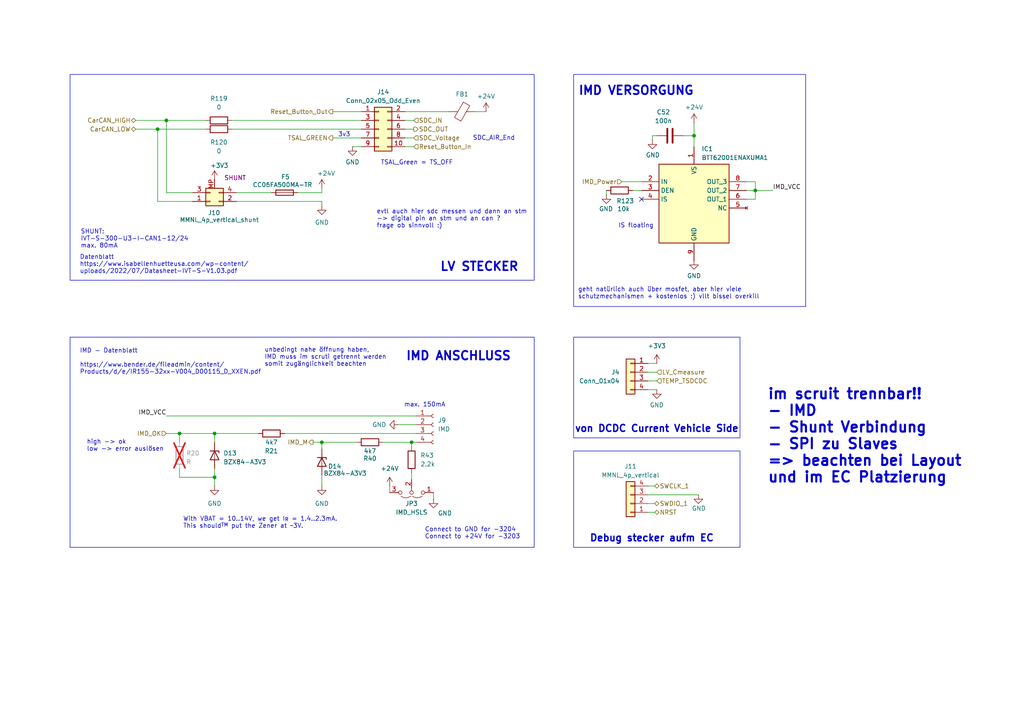
<source format=kicad_sch>
(kicad_sch
	(version 20231120)
	(generator "eeschema")
	(generator_version "8.0")
	(uuid "200fd554-4226-4e14-a1ce-db0521b00741")
	(paper "A4")
	(lib_symbols
		(symbol "BTT62001ENAXUMA1:BTT62001ENAXUMA1"
			(exclude_from_sim no)
			(in_bom yes)
			(on_board yes)
			(property "Reference" "IC"
				(at 26.67 7.62 0)
				(effects
					(font
						(size 1.27 1.27)
					)
					(justify left top)
				)
			)
			(property "Value" "BTT62001ENAXUMA1"
				(at 26.67 5.08 0)
				(effects
					(font
						(size 1.27 1.27)
					)
					(justify left top)
				)
			)
			(property "Footprint" "SOIC127P600X115-9N"
				(at 26.67 -94.92 0)
				(effects
					(font
						(size 1.27 1.27)
					)
					(justify left top)
					(hide yes)
				)
			)
			(property "Datasheet" "https://www.infineon.com/dgdl/Infineon-BTT6200-1ENA-DS-v01_00-EN.pdf?fileId=5546d462636cc8fb01645f3a31f312e9"
				(at 26.67 -194.92 0)
				(effects
					(font
						(size 1.27 1.27)
					)
					(justify left top)
					(hide yes)
				)
			)
			(property "Description" "Infineon PROFET"
				(at -2.54 5.334 0)
				(effects
					(font
						(size 1.27 1.27)
					)
					(hide yes)
				)
			)
			(property "Height" "1.15"
				(at 26.67 -394.92 0)
				(effects
					(font
						(size 1.27 1.27)
					)
					(justify left top)
					(hide yes)
				)
			)
			(property "Manufacturer_Name" "Infineon"
				(at 26.67 -494.92 0)
				(effects
					(font
						(size 1.27 1.27)
					)
					(justify left top)
					(hide yes)
				)
			)
			(property "Manufacturer_Part_Number" "BTT62001ENAXUMA1"
				(at 26.67 -594.92 0)
				(effects
					(font
						(size 1.27 1.27)
					)
					(justify left top)
					(hide yes)
				)
			)
			(property "Arrow Part Number" "BTT62001ENAXUMA1"
				(at 26.67 -694.92 0)
				(effects
					(font
						(size 1.27 1.27)
					)
					(justify left top)
					(hide yes)
				)
			)
			(property "Arrow Price/Stock" "https://www.arrow.com/en/products/btt62001enaxuma1/infineon-technologies-ag"
				(at 26.67 -794.92 0)
				(effects
					(font
						(size 1.27 1.27)
					)
					(justify left top)
					(hide yes)
				)
			)
			(symbol "BTT62001ENAXUMA1_1_1"
				(rectangle
					(start 5.08 2.54)
					(end 25.4 -20.32)
					(stroke
						(width 0.254)
						(type default)
					)
					(fill
						(type background)
					)
				)
				(pin passive line
					(at 15.24 7.62 270)
					(length 5.08)
					(name "VS"
						(effects
							(font
								(size 1.27 1.27)
							)
						)
					)
					(number "1"
						(effects
							(font
								(size 1.27 1.27)
							)
						)
					)
				)
				(pin passive line
					(at 0 -2.54 0)
					(length 5.08)
					(name "IN"
						(effects
							(font
								(size 1.27 1.27)
							)
						)
					)
					(number "2"
						(effects
							(font
								(size 1.27 1.27)
							)
						)
					)
				)
				(pin passive line
					(at 0 -5.08 0)
					(length 5.08)
					(name "DEN"
						(effects
							(font
								(size 1.27 1.27)
							)
						)
					)
					(number "3"
						(effects
							(font
								(size 1.27 1.27)
							)
						)
					)
				)
				(pin passive line
					(at 0 -7.62 0)
					(length 5.08)
					(name "IS"
						(effects
							(font
								(size 1.27 1.27)
							)
						)
					)
					(number "4"
						(effects
							(font
								(size 1.27 1.27)
							)
						)
					)
				)
				(pin no_connect line
					(at 30.48 -10.16 180)
					(length 5.08)
					(name "NC"
						(effects
							(font
								(size 1.27 1.27)
							)
						)
					)
					(number "5"
						(effects
							(font
								(size 1.27 1.27)
							)
						)
					)
				)
				(pin passive line
					(at 30.48 -7.62 180)
					(length 5.08)
					(name "OUT_1"
						(effects
							(font
								(size 1.27 1.27)
							)
						)
					)
					(number "6"
						(effects
							(font
								(size 1.27 1.27)
							)
						)
					)
				)
				(pin passive line
					(at 30.48 -5.08 180)
					(length 5.08)
					(name "OUT_2"
						(effects
							(font
								(size 1.27 1.27)
							)
						)
					)
					(number "7"
						(effects
							(font
								(size 1.27 1.27)
							)
						)
					)
				)
				(pin passive line
					(at 30.48 -2.54 180)
					(length 5.08)
					(name "OUT_3"
						(effects
							(font
								(size 1.27 1.27)
							)
						)
					)
					(number "8"
						(effects
							(font
								(size 1.27 1.27)
							)
						)
					)
				)
				(pin passive line
					(at 15.24 -25.4 90)
					(length 5.08)
					(name "GND"
						(effects
							(font
								(size 1.27 1.27)
							)
						)
					)
					(number "9"
						(effects
							(font
								(size 1.27 1.27)
							)
						)
					)
				)
			)
		)
		(symbol "Connector:Conn_01x04_Socket"
			(pin_names
				(offset 1.016) hide)
			(exclude_from_sim no)
			(in_bom yes)
			(on_board yes)
			(property "Reference" "J"
				(at 0 5.08 0)
				(effects
					(font
						(size 1.27 1.27)
					)
				)
			)
			(property "Value" "Conn_01x04_Socket"
				(at 0 -7.62 0)
				(effects
					(font
						(size 1.27 1.27)
					)
				)
			)
			(property "Footprint" ""
				(at 0 0 0)
				(effects
					(font
						(size 1.27 1.27)
					)
					(hide yes)
				)
			)
			(property "Datasheet" "~"
				(at 0 0 0)
				(effects
					(font
						(size 1.27 1.27)
					)
					(hide yes)
				)
			)
			(property "Description" "Generic connector, single row, 01x04, script generated"
				(at 0 0 0)
				(effects
					(font
						(size 1.27 1.27)
					)
					(hide yes)
				)
			)
			(property "ki_locked" ""
				(at 0 0 0)
				(effects
					(font
						(size 1.27 1.27)
					)
				)
			)
			(property "ki_keywords" "connector"
				(at 0 0 0)
				(effects
					(font
						(size 1.27 1.27)
					)
					(hide yes)
				)
			)
			(property "ki_fp_filters" "Connector*:*_1x??_*"
				(at 0 0 0)
				(effects
					(font
						(size 1.27 1.27)
					)
					(hide yes)
				)
			)
			(symbol "Conn_01x04_Socket_1_1"
				(arc
					(start 0 -4.572)
					(mid -0.5058 -5.08)
					(end 0 -5.588)
					(stroke
						(width 0.1524)
						(type default)
					)
					(fill
						(type none)
					)
				)
				(arc
					(start 0 -2.032)
					(mid -0.5058 -2.54)
					(end 0 -3.048)
					(stroke
						(width 0.1524)
						(type default)
					)
					(fill
						(type none)
					)
				)
				(polyline
					(pts
						(xy -1.27 -5.08) (xy -0.508 -5.08)
					)
					(stroke
						(width 0.1524)
						(type default)
					)
					(fill
						(type none)
					)
				)
				(polyline
					(pts
						(xy -1.27 -2.54) (xy -0.508 -2.54)
					)
					(stroke
						(width 0.1524)
						(type default)
					)
					(fill
						(type none)
					)
				)
				(polyline
					(pts
						(xy -1.27 0) (xy -0.508 0)
					)
					(stroke
						(width 0.1524)
						(type default)
					)
					(fill
						(type none)
					)
				)
				(polyline
					(pts
						(xy -1.27 2.54) (xy -0.508 2.54)
					)
					(stroke
						(width 0.1524)
						(type default)
					)
					(fill
						(type none)
					)
				)
				(arc
					(start 0 0.508)
					(mid -0.5058 0)
					(end 0 -0.508)
					(stroke
						(width 0.1524)
						(type default)
					)
					(fill
						(type none)
					)
				)
				(arc
					(start 0 3.048)
					(mid -0.5058 2.54)
					(end 0 2.032)
					(stroke
						(width 0.1524)
						(type default)
					)
					(fill
						(type none)
					)
				)
				(pin passive line
					(at -5.08 2.54 0)
					(length 3.81)
					(name "Pin_1"
						(effects
							(font
								(size 1.27 1.27)
							)
						)
					)
					(number "1"
						(effects
							(font
								(size 1.27 1.27)
							)
						)
					)
				)
				(pin passive line
					(at -5.08 0 0)
					(length 3.81)
					(name "Pin_2"
						(effects
							(font
								(size 1.27 1.27)
							)
						)
					)
					(number "2"
						(effects
							(font
								(size 1.27 1.27)
							)
						)
					)
				)
				(pin passive line
					(at -5.08 -2.54 0)
					(length 3.81)
					(name "Pin_3"
						(effects
							(font
								(size 1.27 1.27)
							)
						)
					)
					(number "3"
						(effects
							(font
								(size 1.27 1.27)
							)
						)
					)
				)
				(pin passive line
					(at -5.08 -5.08 0)
					(length 3.81)
					(name "Pin_4"
						(effects
							(font
								(size 1.27 1.27)
							)
						)
					)
					(number "4"
						(effects
							(font
								(size 1.27 1.27)
							)
						)
					)
				)
			)
		)
		(symbol "Connector_Generic:Conn_01x04"
			(pin_names
				(offset 1.016) hide)
			(exclude_from_sim no)
			(in_bom yes)
			(on_board yes)
			(property "Reference" "J"
				(at 0 5.08 0)
				(effects
					(font
						(size 1.27 1.27)
					)
				)
			)
			(property "Value" "Conn_01x04"
				(at 0 -7.62 0)
				(effects
					(font
						(size 1.27 1.27)
					)
				)
			)
			(property "Footprint" ""
				(at 0 0 0)
				(effects
					(font
						(size 1.27 1.27)
					)
					(hide yes)
				)
			)
			(property "Datasheet" "~"
				(at 0 0 0)
				(effects
					(font
						(size 1.27 1.27)
					)
					(hide yes)
				)
			)
			(property "Description" "Generic connector, single row, 01x04, script generated (kicad-library-utils/schlib/autogen/connector/)"
				(at 0 0 0)
				(effects
					(font
						(size 1.27 1.27)
					)
					(hide yes)
				)
			)
			(property "ki_keywords" "connector"
				(at 0 0 0)
				(effects
					(font
						(size 1.27 1.27)
					)
					(hide yes)
				)
			)
			(property "ki_fp_filters" "Connector*:*_1x??_*"
				(at 0 0 0)
				(effects
					(font
						(size 1.27 1.27)
					)
					(hide yes)
				)
			)
			(symbol "Conn_01x04_1_1"
				(rectangle
					(start -1.27 -4.953)
					(end 0 -5.207)
					(stroke
						(width 0.1524)
						(type default)
					)
					(fill
						(type none)
					)
				)
				(rectangle
					(start -1.27 -2.413)
					(end 0 -2.667)
					(stroke
						(width 0.1524)
						(type default)
					)
					(fill
						(type none)
					)
				)
				(rectangle
					(start -1.27 0.127)
					(end 0 -0.127)
					(stroke
						(width 0.1524)
						(type default)
					)
					(fill
						(type none)
					)
				)
				(rectangle
					(start -1.27 2.667)
					(end 0 2.413)
					(stroke
						(width 0.1524)
						(type default)
					)
					(fill
						(type none)
					)
				)
				(rectangle
					(start -1.27 3.81)
					(end 1.27 -6.35)
					(stroke
						(width 0.254)
						(type default)
					)
					(fill
						(type background)
					)
				)
				(pin passive line
					(at -5.08 2.54 0)
					(length 3.81)
					(name "Pin_1"
						(effects
							(font
								(size 1.27 1.27)
							)
						)
					)
					(number "1"
						(effects
							(font
								(size 1.27 1.27)
							)
						)
					)
				)
				(pin passive line
					(at -5.08 0 0)
					(length 3.81)
					(name "Pin_2"
						(effects
							(font
								(size 1.27 1.27)
							)
						)
					)
					(number "2"
						(effects
							(font
								(size 1.27 1.27)
							)
						)
					)
				)
				(pin passive line
					(at -5.08 -2.54 0)
					(length 3.81)
					(name "Pin_3"
						(effects
							(font
								(size 1.27 1.27)
							)
						)
					)
					(number "3"
						(effects
							(font
								(size 1.27 1.27)
							)
						)
					)
				)
				(pin passive line
					(at -5.08 -5.08 0)
					(length 3.81)
					(name "Pin_4"
						(effects
							(font
								(size 1.27 1.27)
							)
						)
					)
					(number "4"
						(effects
							(font
								(size 1.27 1.27)
							)
						)
					)
				)
			)
		)
		(symbol "Connector_Generic:Conn_02x05_Odd_Even"
			(pin_names
				(offset 1.016) hide)
			(exclude_from_sim no)
			(in_bom yes)
			(on_board yes)
			(property "Reference" "J"
				(at 1.27 7.62 0)
				(effects
					(font
						(size 1.27 1.27)
					)
				)
			)
			(property "Value" "Conn_02x05_Odd_Even"
				(at 1.27 -7.62 0)
				(effects
					(font
						(size 1.27 1.27)
					)
				)
			)
			(property "Footprint" ""
				(at 0 0 0)
				(effects
					(font
						(size 1.27 1.27)
					)
					(hide yes)
				)
			)
			(property "Datasheet" "~"
				(at 0 0 0)
				(effects
					(font
						(size 1.27 1.27)
					)
					(hide yes)
				)
			)
			(property "Description" "Generic connector, double row, 02x05, odd/even pin numbering scheme (row 1 odd numbers, row 2 even numbers), script generated (kicad-library-utils/schlib/autogen/connector/)"
				(at 0 0 0)
				(effects
					(font
						(size 1.27 1.27)
					)
					(hide yes)
				)
			)
			(property "ki_keywords" "connector"
				(at 0 0 0)
				(effects
					(font
						(size 1.27 1.27)
					)
					(hide yes)
				)
			)
			(property "ki_fp_filters" "Connector*:*_2x??_*"
				(at 0 0 0)
				(effects
					(font
						(size 1.27 1.27)
					)
					(hide yes)
				)
			)
			(symbol "Conn_02x05_Odd_Even_1_1"
				(rectangle
					(start -1.27 -4.953)
					(end 0 -5.207)
					(stroke
						(width 0.1524)
						(type default)
					)
					(fill
						(type none)
					)
				)
				(rectangle
					(start -1.27 -2.413)
					(end 0 -2.667)
					(stroke
						(width 0.1524)
						(type default)
					)
					(fill
						(type none)
					)
				)
				(rectangle
					(start -1.27 0.127)
					(end 0 -0.127)
					(stroke
						(width 0.1524)
						(type default)
					)
					(fill
						(type none)
					)
				)
				(rectangle
					(start -1.27 2.667)
					(end 0 2.413)
					(stroke
						(width 0.1524)
						(type default)
					)
					(fill
						(type none)
					)
				)
				(rectangle
					(start -1.27 5.207)
					(end 0 4.953)
					(stroke
						(width 0.1524)
						(type default)
					)
					(fill
						(type none)
					)
				)
				(rectangle
					(start -1.27 6.35)
					(end 3.81 -6.35)
					(stroke
						(width 0.254)
						(type default)
					)
					(fill
						(type background)
					)
				)
				(rectangle
					(start 3.81 -4.953)
					(end 2.54 -5.207)
					(stroke
						(width 0.1524)
						(type default)
					)
					(fill
						(type none)
					)
				)
				(rectangle
					(start 3.81 -2.413)
					(end 2.54 -2.667)
					(stroke
						(width 0.1524)
						(type default)
					)
					(fill
						(type none)
					)
				)
				(rectangle
					(start 3.81 0.127)
					(end 2.54 -0.127)
					(stroke
						(width 0.1524)
						(type default)
					)
					(fill
						(type none)
					)
				)
				(rectangle
					(start 3.81 2.667)
					(end 2.54 2.413)
					(stroke
						(width 0.1524)
						(type default)
					)
					(fill
						(type none)
					)
				)
				(rectangle
					(start 3.81 5.207)
					(end 2.54 4.953)
					(stroke
						(width 0.1524)
						(type default)
					)
					(fill
						(type none)
					)
				)
				(pin passive line
					(at -5.08 5.08 0)
					(length 3.81)
					(name "Pin_1"
						(effects
							(font
								(size 1.27 1.27)
							)
						)
					)
					(number "1"
						(effects
							(font
								(size 1.27 1.27)
							)
						)
					)
				)
				(pin passive line
					(at 7.62 -5.08 180)
					(length 3.81)
					(name "Pin_10"
						(effects
							(font
								(size 1.27 1.27)
							)
						)
					)
					(number "10"
						(effects
							(font
								(size 1.27 1.27)
							)
						)
					)
				)
				(pin passive line
					(at 7.62 5.08 180)
					(length 3.81)
					(name "Pin_2"
						(effects
							(font
								(size 1.27 1.27)
							)
						)
					)
					(number "2"
						(effects
							(font
								(size 1.27 1.27)
							)
						)
					)
				)
				(pin passive line
					(at -5.08 2.54 0)
					(length 3.81)
					(name "Pin_3"
						(effects
							(font
								(size 1.27 1.27)
							)
						)
					)
					(number "3"
						(effects
							(font
								(size 1.27 1.27)
							)
						)
					)
				)
				(pin passive line
					(at 7.62 2.54 180)
					(length 3.81)
					(name "Pin_4"
						(effects
							(font
								(size 1.27 1.27)
							)
						)
					)
					(number "4"
						(effects
							(font
								(size 1.27 1.27)
							)
						)
					)
				)
				(pin passive line
					(at -5.08 0 0)
					(length 3.81)
					(name "Pin_5"
						(effects
							(font
								(size 1.27 1.27)
							)
						)
					)
					(number "5"
						(effects
							(font
								(size 1.27 1.27)
							)
						)
					)
				)
				(pin passive line
					(at 7.62 0 180)
					(length 3.81)
					(name "Pin_6"
						(effects
							(font
								(size 1.27 1.27)
							)
						)
					)
					(number "6"
						(effects
							(font
								(size 1.27 1.27)
							)
						)
					)
				)
				(pin passive line
					(at -5.08 -2.54 0)
					(length 3.81)
					(name "Pin_7"
						(effects
							(font
								(size 1.27 1.27)
							)
						)
					)
					(number "7"
						(effects
							(font
								(size 1.27 1.27)
							)
						)
					)
				)
				(pin passive line
					(at 7.62 -2.54 180)
					(length 3.81)
					(name "Pin_8"
						(effects
							(font
								(size 1.27 1.27)
							)
						)
					)
					(number "8"
						(effects
							(font
								(size 1.27 1.27)
							)
						)
					)
				)
				(pin passive line
					(at -5.08 -5.08 0)
					(length 3.81)
					(name "Pin_9"
						(effects
							(font
								(size 1.27 1.27)
							)
						)
					)
					(number "9"
						(effects
							(font
								(size 1.27 1.27)
							)
						)
					)
				)
			)
		)
		(symbol "Device:C"
			(pin_numbers hide)
			(pin_names
				(offset 0.254)
			)
			(exclude_from_sim no)
			(in_bom yes)
			(on_board yes)
			(property "Reference" "C"
				(at 0.635 2.54 0)
				(effects
					(font
						(size 1.27 1.27)
					)
					(justify left)
				)
			)
			(property "Value" "C"
				(at 0.635 -2.54 0)
				(effects
					(font
						(size 1.27 1.27)
					)
					(justify left)
				)
			)
			(property "Footprint" ""
				(at 0.9652 -3.81 0)
				(effects
					(font
						(size 1.27 1.27)
					)
					(hide yes)
				)
			)
			(property "Datasheet" "~"
				(at 0 0 0)
				(effects
					(font
						(size 1.27 1.27)
					)
					(hide yes)
				)
			)
			(property "Description" "Unpolarized capacitor"
				(at 0 0 0)
				(effects
					(font
						(size 1.27 1.27)
					)
					(hide yes)
				)
			)
			(property "ki_keywords" "cap capacitor"
				(at 0 0 0)
				(effects
					(font
						(size 1.27 1.27)
					)
					(hide yes)
				)
			)
			(property "ki_fp_filters" "C_*"
				(at 0 0 0)
				(effects
					(font
						(size 1.27 1.27)
					)
					(hide yes)
				)
			)
			(symbol "C_0_1"
				(polyline
					(pts
						(xy -2.032 -0.762) (xy 2.032 -0.762)
					)
					(stroke
						(width 0.508)
						(type default)
					)
					(fill
						(type none)
					)
				)
				(polyline
					(pts
						(xy -2.032 0.762) (xy 2.032 0.762)
					)
					(stroke
						(width 0.508)
						(type default)
					)
					(fill
						(type none)
					)
				)
			)
			(symbol "C_1_1"
				(pin passive line
					(at 0 3.81 270)
					(length 2.794)
					(name "~"
						(effects
							(font
								(size 1.27 1.27)
							)
						)
					)
					(number "1"
						(effects
							(font
								(size 1.27 1.27)
							)
						)
					)
				)
				(pin passive line
					(at 0 -3.81 90)
					(length 2.794)
					(name "~"
						(effects
							(font
								(size 1.27 1.27)
							)
						)
					)
					(number "2"
						(effects
							(font
								(size 1.27 1.27)
							)
						)
					)
				)
			)
		)
		(symbol "Device:FerriteBead"
			(pin_numbers hide)
			(pin_names
				(offset 0)
			)
			(exclude_from_sim no)
			(in_bom yes)
			(on_board yes)
			(property "Reference" "FB"
				(at -3.81 0.635 90)
				(effects
					(font
						(size 1.27 1.27)
					)
				)
			)
			(property "Value" "FerriteBead"
				(at 3.81 0 90)
				(effects
					(font
						(size 1.27 1.27)
					)
				)
			)
			(property "Footprint" ""
				(at -1.778 0 90)
				(effects
					(font
						(size 1.27 1.27)
					)
					(hide yes)
				)
			)
			(property "Datasheet" "~"
				(at 0 0 0)
				(effects
					(font
						(size 1.27 1.27)
					)
					(hide yes)
				)
			)
			(property "Description" "Ferrite bead"
				(at 0 0 0)
				(effects
					(font
						(size 1.27 1.27)
					)
					(hide yes)
				)
			)
			(property "ki_keywords" "L ferrite bead inductor filter"
				(at 0 0 0)
				(effects
					(font
						(size 1.27 1.27)
					)
					(hide yes)
				)
			)
			(property "ki_fp_filters" "Inductor_* L_* *Ferrite*"
				(at 0 0 0)
				(effects
					(font
						(size 1.27 1.27)
					)
					(hide yes)
				)
			)
			(symbol "FerriteBead_0_1"
				(polyline
					(pts
						(xy 0 -1.27) (xy 0 -1.2192)
					)
					(stroke
						(width 0)
						(type default)
					)
					(fill
						(type none)
					)
				)
				(polyline
					(pts
						(xy 0 1.27) (xy 0 1.2954)
					)
					(stroke
						(width 0)
						(type default)
					)
					(fill
						(type none)
					)
				)
				(polyline
					(pts
						(xy -2.7686 0.4064) (xy -1.7018 2.2606) (xy 2.7686 -0.3048) (xy 1.6764 -2.159) (xy -2.7686 0.4064)
					)
					(stroke
						(width 0)
						(type default)
					)
					(fill
						(type none)
					)
				)
			)
			(symbol "FerriteBead_1_1"
				(pin passive line
					(at 0 3.81 270)
					(length 2.54)
					(name "~"
						(effects
							(font
								(size 1.27 1.27)
							)
						)
					)
					(number "1"
						(effects
							(font
								(size 1.27 1.27)
							)
						)
					)
				)
				(pin passive line
					(at 0 -3.81 90)
					(length 2.54)
					(name "~"
						(effects
							(font
								(size 1.27 1.27)
							)
						)
					)
					(number "2"
						(effects
							(font
								(size 1.27 1.27)
							)
						)
					)
				)
			)
		)
		(symbol "Device:Fuse"
			(pin_numbers hide)
			(pin_names
				(offset 0)
			)
			(exclude_from_sim no)
			(in_bom yes)
			(on_board yes)
			(property "Reference" "F"
				(at 2.032 0 90)
				(effects
					(font
						(size 1.27 1.27)
					)
				)
			)
			(property "Value" "Fuse"
				(at -1.905 0 90)
				(effects
					(font
						(size 1.27 1.27)
					)
				)
			)
			(property "Footprint" ""
				(at -1.778 0 90)
				(effects
					(font
						(size 1.27 1.27)
					)
					(hide yes)
				)
			)
			(property "Datasheet" "~"
				(at 0 0 0)
				(effects
					(font
						(size 1.27 1.27)
					)
					(hide yes)
				)
			)
			(property "Description" "Fuse"
				(at 0 0 0)
				(effects
					(font
						(size 1.27 1.27)
					)
					(hide yes)
				)
			)
			(property "ki_keywords" "fuse"
				(at 0 0 0)
				(effects
					(font
						(size 1.27 1.27)
					)
					(hide yes)
				)
			)
			(property "ki_fp_filters" "*Fuse*"
				(at 0 0 0)
				(effects
					(font
						(size 1.27 1.27)
					)
					(hide yes)
				)
			)
			(symbol "Fuse_0_1"
				(rectangle
					(start -0.762 -2.54)
					(end 0.762 2.54)
					(stroke
						(width 0.254)
						(type default)
					)
					(fill
						(type none)
					)
				)
				(polyline
					(pts
						(xy 0 2.54) (xy 0 -2.54)
					)
					(stroke
						(width 0)
						(type default)
					)
					(fill
						(type none)
					)
				)
			)
			(symbol "Fuse_1_1"
				(pin passive line
					(at 0 3.81 270)
					(length 1.27)
					(name "~"
						(effects
							(font
								(size 1.27 1.27)
							)
						)
					)
					(number "1"
						(effects
							(font
								(size 1.27 1.27)
							)
						)
					)
				)
				(pin passive line
					(at 0 -3.81 90)
					(length 1.27)
					(name "~"
						(effects
							(font
								(size 1.27 1.27)
							)
						)
					)
					(number "2"
						(effects
							(font
								(size 1.27 1.27)
							)
						)
					)
				)
			)
		)
		(symbol "Device:R"
			(pin_numbers hide)
			(pin_names
				(offset 0)
			)
			(exclude_from_sim no)
			(in_bom yes)
			(on_board yes)
			(property "Reference" "R"
				(at 2.032 0 90)
				(effects
					(font
						(size 1.27 1.27)
					)
				)
			)
			(property "Value" "R"
				(at 0 0 90)
				(effects
					(font
						(size 1.27 1.27)
					)
				)
			)
			(property "Footprint" ""
				(at -1.778 0 90)
				(effects
					(font
						(size 1.27 1.27)
					)
					(hide yes)
				)
			)
			(property "Datasheet" "~"
				(at 0 0 0)
				(effects
					(font
						(size 1.27 1.27)
					)
					(hide yes)
				)
			)
			(property "Description" "Resistor"
				(at 0 0 0)
				(effects
					(font
						(size 1.27 1.27)
					)
					(hide yes)
				)
			)
			(property "ki_keywords" "R res resistor"
				(at 0 0 0)
				(effects
					(font
						(size 1.27 1.27)
					)
					(hide yes)
				)
			)
			(property "ki_fp_filters" "R_*"
				(at 0 0 0)
				(effects
					(font
						(size 1.27 1.27)
					)
					(hide yes)
				)
			)
			(symbol "R_0_1"
				(rectangle
					(start -1.016 -2.54)
					(end 1.016 2.54)
					(stroke
						(width 0.254)
						(type default)
					)
					(fill
						(type none)
					)
				)
			)
			(symbol "R_1_1"
				(pin passive line
					(at 0 3.81 270)
					(length 1.27)
					(name "~"
						(effects
							(font
								(size 1.27 1.27)
							)
						)
					)
					(number "1"
						(effects
							(font
								(size 1.27 1.27)
							)
						)
					)
				)
				(pin passive line
					(at 0 -3.81 90)
					(length 1.27)
					(name "~"
						(effects
							(font
								(size 1.27 1.27)
							)
						)
					)
					(number "2"
						(effects
							(font
								(size 1.27 1.27)
							)
						)
					)
				)
			)
		)
		(symbol "Jumper:Jumper_3_Open"
			(pin_names
				(offset 0) hide)
			(exclude_from_sim no)
			(in_bom yes)
			(on_board yes)
			(property "Reference" "JP"
				(at -2.54 -2.54 0)
				(effects
					(font
						(size 1.27 1.27)
					)
				)
			)
			(property "Value" "Jumper_3_Open"
				(at 0 2.794 0)
				(effects
					(font
						(size 1.27 1.27)
					)
				)
			)
			(property "Footprint" ""
				(at 0 0 0)
				(effects
					(font
						(size 1.27 1.27)
					)
					(hide yes)
				)
			)
			(property "Datasheet" "~"
				(at 0 0 0)
				(effects
					(font
						(size 1.27 1.27)
					)
					(hide yes)
				)
			)
			(property "Description" "Jumper, 3-pole, both open"
				(at 0 0 0)
				(effects
					(font
						(size 1.27 1.27)
					)
					(hide yes)
				)
			)
			(property "ki_keywords" "Jumper SPDT"
				(at 0 0 0)
				(effects
					(font
						(size 1.27 1.27)
					)
					(hide yes)
				)
			)
			(property "ki_fp_filters" "Jumper* TestPoint*3Pads* TestPoint*Bridge*"
				(at 0 0 0)
				(effects
					(font
						(size 1.27 1.27)
					)
					(hide yes)
				)
			)
			(symbol "Jumper_3_Open_0_0"
				(circle
					(center -3.302 0)
					(radius 0.508)
					(stroke
						(width 0)
						(type default)
					)
					(fill
						(type none)
					)
				)
				(circle
					(center 0 0)
					(radius 0.508)
					(stroke
						(width 0)
						(type default)
					)
					(fill
						(type none)
					)
				)
				(circle
					(center 3.302 0)
					(radius 0.508)
					(stroke
						(width 0)
						(type default)
					)
					(fill
						(type none)
					)
				)
			)
			(symbol "Jumper_3_Open_0_1"
				(arc
					(start -0.254 1.016)
					(mid -1.651 1.4992)
					(end -3.048 1.016)
					(stroke
						(width 0)
						(type default)
					)
					(fill
						(type none)
					)
				)
				(polyline
					(pts
						(xy 0 -0.508) (xy 0 -1.27)
					)
					(stroke
						(width 0)
						(type default)
					)
					(fill
						(type none)
					)
				)
				(arc
					(start 3.048 1.016)
					(mid 1.651 1.4992)
					(end 0.254 1.016)
					(stroke
						(width 0)
						(type default)
					)
					(fill
						(type none)
					)
				)
			)
			(symbol "Jumper_3_Open_1_1"
				(pin passive line
					(at -6.35 0 0)
					(length 2.54)
					(name "A"
						(effects
							(font
								(size 1.27 1.27)
							)
						)
					)
					(number "1"
						(effects
							(font
								(size 1.27 1.27)
							)
						)
					)
				)
				(pin passive line
					(at 0 -3.81 90)
					(length 2.54)
					(name "C"
						(effects
							(font
								(size 1.27 1.27)
							)
						)
					)
					(number "2"
						(effects
							(font
								(size 1.27 1.27)
							)
						)
					)
				)
				(pin passive line
					(at 6.35 0 180)
					(length 2.54)
					(name "B"
						(effects
							(font
								(size 1.27 1.27)
							)
						)
					)
					(number "3"
						(effects
							(font
								(size 1.27 1.27)
							)
						)
					)
				)
			)
		)
		(symbol "Master:BZX84-A3V3"
			(pin_numbers hide)
			(pin_names
				(offset 1.016) hide)
			(exclude_from_sim no)
			(in_bom yes)
			(on_board yes)
			(property "Reference" "D"
				(at 0 2.54 0)
				(effects
					(font
						(size 1.27 1.27)
					)
				)
			)
			(property "Value" "BZX84-A3V3"
				(at 0 -2.54 0)
				(effects
					(font
						(size 1.27 1.27)
					)
				)
			)
			(property "Footprint" "Package_TO_SOT_SMD:SOT-23-3"
				(at 0 5.08 0)
				(effects
					(font
						(size 1.27 1.27)
					)
					(hide yes)
				)
			)
			(property "Datasheet" "~"
				(at 0 0 0)
				(effects
					(font
						(size 1.27 1.27)
					)
					(hide yes)
				)
			)
			(property "Description" "Zener diode 3.3V SOT-23"
				(at 0 0 0)
				(effects
					(font
						(size 1.27 1.27)
					)
					(hide yes)
				)
			)
			(property "ki_keywords" "diode"
				(at 0 0 0)
				(effects
					(font
						(size 1.27 1.27)
					)
					(hide yes)
				)
			)
			(property "ki_fp_filters" "TO-???* *_Diode_* *SingleDiode* D_*"
				(at 0 0 0)
				(effects
					(font
						(size 1.27 1.27)
					)
					(hide yes)
				)
			)
			(symbol "BZX84-A3V3_0_1"
				(polyline
					(pts
						(xy 1.27 0) (xy -1.27 0)
					)
					(stroke
						(width 0)
						(type default)
					)
					(fill
						(type none)
					)
				)
				(polyline
					(pts
						(xy -1.27 -1.27) (xy -1.27 1.27) (xy -0.762 1.27)
					)
					(stroke
						(width 0.254)
						(type default)
					)
					(fill
						(type none)
					)
				)
				(polyline
					(pts
						(xy 1.27 -1.27) (xy 1.27 1.27) (xy -1.27 0) (xy 1.27 -1.27)
					)
					(stroke
						(width 0.254)
						(type default)
					)
					(fill
						(type none)
					)
				)
			)
			(symbol "BZX84-A3V3_1_1"
				(pin passive line
					(at 3.81 0 180)
					(length 2.54)
					(name "A"
						(effects
							(font
								(size 1.27 1.27)
							)
						)
					)
					(number "1"
						(effects
							(font
								(size 1.27 1.27)
							)
						)
					)
				)
				(pin passive line
					(at -3.81 0 0)
					(length 2.54)
					(name "K"
						(effects
							(font
								(size 1.27 1.27)
							)
						)
					)
					(number "3"
						(effects
							(font
								(size 1.27 1.27)
							)
						)
					)
				)
			)
		)
		(symbol "Master:MMNL_2x2p_vertical"
			(pin_names
				(offset 1.016) hide)
			(exclude_from_sim no)
			(in_bom yes)
			(on_board yes)
			(property "Reference" "J"
				(at 1.27 2.54 0)
				(effects
					(font
						(size 1.27 1.27)
					)
				)
			)
			(property "Value" "MMNL_2x2p_vertical"
				(at 1.27 -5.08 0)
				(effects
					(font
						(size 1.27 1.27)
					)
				)
			)
			(property "Footprint" "FaSTTUBe_connectors:Micro_Mate-N-Lok_2x2p_vertical"
				(at 2.54 -7.112 0)
				(effects
					(font
						(size 1.27 1.27)
					)
					(hide yes)
				)
			)
			(property "Datasheet" "~"
				(at 0 0 0)
				(effects
					(font
						(size 1.27 1.27)
					)
					(hide yes)
				)
			)
			(property "Description" "Generic connector, double row, 02x02, odd/even pin numbering scheme (row 1 odd numbers, row 2 even numbers), script generated (kicad-library-utils/schlib/autogen/connector/)"
				(at 2.032 -9.398 0)
				(effects
					(font
						(size 1.27 1.27)
					)
					(hide yes)
				)
			)
			(property "ki_keywords" "connector"
				(at 0 0 0)
				(effects
					(font
						(size 1.27 1.27)
					)
					(hide yes)
				)
			)
			(property "ki_fp_filters" "Connector*:*_2x??_*"
				(at 0 0 0)
				(effects
					(font
						(size 1.27 1.27)
					)
					(hide yes)
				)
			)
			(symbol "MMNL_2x2p_vertical_1_1"
				(rectangle
					(start -1.27 -2.413)
					(end 0 -2.667)
					(stroke
						(width 0.1524)
						(type default)
					)
					(fill
						(type none)
					)
				)
				(rectangle
					(start -1.27 0.127)
					(end 0 -0.127)
					(stroke
						(width 0.1524)
						(type default)
					)
					(fill
						(type none)
					)
				)
				(rectangle
					(start -1.27 1.27)
					(end 3.81 -3.81)
					(stroke
						(width 0.254)
						(type default)
					)
					(fill
						(type background)
					)
				)
				(rectangle
					(start 3.81 -2.413)
					(end 2.54 -2.667)
					(stroke
						(width 0.1524)
						(type default)
					)
					(fill
						(type none)
					)
				)
				(rectangle
					(start 3.81 0.127)
					(end 2.54 -0.127)
					(stroke
						(width 0.1524)
						(type default)
					)
					(fill
						(type none)
					)
				)
				(pin passive line
					(at -5.08 0 0)
					(length 3.81)
					(name "Pin_1"
						(effects
							(font
								(size 1.27 1.27)
							)
						)
					)
					(number "1"
						(effects
							(font
								(size 1.27 1.27)
							)
						)
					)
				)
				(pin passive line
					(at 7.62 0 180)
					(length 3.81)
					(name "Pin_2"
						(effects
							(font
								(size 1.27 1.27)
							)
						)
					)
					(number "2"
						(effects
							(font
								(size 1.27 1.27)
							)
						)
					)
				)
				(pin passive line
					(at -5.08 -2.54 0)
					(length 3.81)
					(name "Pin_3"
						(effects
							(font
								(size 1.27 1.27)
							)
						)
					)
					(number "3"
						(effects
							(font
								(size 1.27 1.27)
							)
						)
					)
				)
				(pin passive line
					(at 7.62 -2.54 180)
					(length 3.81)
					(name "Pin_4"
						(effects
							(font
								(size 1.27 1.27)
							)
						)
					)
					(number "4"
						(effects
							(font
								(size 1.27 1.27)
							)
						)
					)
				)
				(pin passive line
					(at 1.27 -6.35 90)
					(length 2.54)
					(name ""
						(effects
							(font
								(size 1.27 1.27)
							)
						)
					)
					(number "MP"
						(effects
							(font
								(size 1.27 1.27)
							)
						)
					)
				)
			)
		)
		(symbol "power:+12V"
			(power)
			(pin_numbers hide)
			(pin_names
				(offset 0) hide)
			(exclude_from_sim no)
			(in_bom yes)
			(on_board yes)
			(property "Reference" "#PWR"
				(at 0 -3.81 0)
				(effects
					(font
						(size 1.27 1.27)
					)
					(hide yes)
				)
			)
			(property "Value" "+12V"
				(at 0 3.556 0)
				(effects
					(font
						(size 1.27 1.27)
					)
				)
			)
			(property "Footprint" ""
				(at 0 0 0)
				(effects
					(font
						(size 1.27 1.27)
					)
					(hide yes)
				)
			)
			(property "Datasheet" ""
				(at 0 0 0)
				(effects
					(font
						(size 1.27 1.27)
					)
					(hide yes)
				)
			)
			(property "Description" "Power symbol creates a global label with name \"+12V\""
				(at 0 0 0)
				(effects
					(font
						(size 1.27 1.27)
					)
					(hide yes)
				)
			)
			(property "ki_keywords" "global power"
				(at 0 0 0)
				(effects
					(font
						(size 1.27 1.27)
					)
					(hide yes)
				)
			)
			(symbol "+12V_0_1"
				(polyline
					(pts
						(xy -0.762 1.27) (xy 0 2.54)
					)
					(stroke
						(width 0)
						(type default)
					)
					(fill
						(type none)
					)
				)
				(polyline
					(pts
						(xy 0 0) (xy 0 2.54)
					)
					(stroke
						(width 0)
						(type default)
					)
					(fill
						(type none)
					)
				)
				(polyline
					(pts
						(xy 0 2.54) (xy 0.762 1.27)
					)
					(stroke
						(width 0)
						(type default)
					)
					(fill
						(type none)
					)
				)
			)
			(symbol "+12V_1_1"
				(pin power_in line
					(at 0 0 90)
					(length 0)
					(name "~"
						(effects
							(font
								(size 1.27 1.27)
							)
						)
					)
					(number "1"
						(effects
							(font
								(size 1.27 1.27)
							)
						)
					)
				)
			)
		)
		(symbol "power:+24V"
			(power)
			(pin_numbers hide)
			(pin_names
				(offset 0) hide)
			(exclude_from_sim no)
			(in_bom yes)
			(on_board yes)
			(property "Reference" "#PWR"
				(at 0 -3.81 0)
				(effects
					(font
						(size 1.27 1.27)
					)
					(hide yes)
				)
			)
			(property "Value" "+24V"
				(at 0 3.556 0)
				(effects
					(font
						(size 1.27 1.27)
					)
				)
			)
			(property "Footprint" ""
				(at 0 0 0)
				(effects
					(font
						(size 1.27 1.27)
					)
					(hide yes)
				)
			)
			(property "Datasheet" ""
				(at 0 0 0)
				(effects
					(font
						(size 1.27 1.27)
					)
					(hide yes)
				)
			)
			(property "Description" "Power symbol creates a global label with name \"+24V\""
				(at 0 0 0)
				(effects
					(font
						(size 1.27 1.27)
					)
					(hide yes)
				)
			)
			(property "ki_keywords" "global power"
				(at 0 0 0)
				(effects
					(font
						(size 1.27 1.27)
					)
					(hide yes)
				)
			)
			(symbol "+24V_0_1"
				(polyline
					(pts
						(xy -0.762 1.27) (xy 0 2.54)
					)
					(stroke
						(width 0)
						(type default)
					)
					(fill
						(type none)
					)
				)
				(polyline
					(pts
						(xy 0 0) (xy 0 2.54)
					)
					(stroke
						(width 0)
						(type default)
					)
					(fill
						(type none)
					)
				)
				(polyline
					(pts
						(xy 0 2.54) (xy 0.762 1.27)
					)
					(stroke
						(width 0)
						(type default)
					)
					(fill
						(type none)
					)
				)
			)
			(symbol "+24V_1_1"
				(pin power_in line
					(at 0 0 90)
					(length 0)
					(name "~"
						(effects
							(font
								(size 1.27 1.27)
							)
						)
					)
					(number "1"
						(effects
							(font
								(size 1.27 1.27)
							)
						)
					)
				)
			)
		)
		(symbol "power:+3V3"
			(power)
			(pin_numbers hide)
			(pin_names
				(offset 0) hide)
			(exclude_from_sim no)
			(in_bom yes)
			(on_board yes)
			(property "Reference" "#PWR"
				(at 0 -3.81 0)
				(effects
					(font
						(size 1.27 1.27)
					)
					(hide yes)
				)
			)
			(property "Value" "+3V3"
				(at 0 3.556 0)
				(effects
					(font
						(size 1.27 1.27)
					)
				)
			)
			(property "Footprint" ""
				(at 0 0 0)
				(effects
					(font
						(size 1.27 1.27)
					)
					(hide yes)
				)
			)
			(property "Datasheet" ""
				(at 0 0 0)
				(effects
					(font
						(size 1.27 1.27)
					)
					(hide yes)
				)
			)
			(property "Description" "Power symbol creates a global label with name \"+3V3\""
				(at 0 0 0)
				(effects
					(font
						(size 1.27 1.27)
					)
					(hide yes)
				)
			)
			(property "ki_keywords" "global power"
				(at 0 0 0)
				(effects
					(font
						(size 1.27 1.27)
					)
					(hide yes)
				)
			)
			(symbol "+3V3_0_1"
				(polyline
					(pts
						(xy -0.762 1.27) (xy 0 2.54)
					)
					(stroke
						(width 0)
						(type default)
					)
					(fill
						(type none)
					)
				)
				(polyline
					(pts
						(xy 0 0) (xy 0 2.54)
					)
					(stroke
						(width 0)
						(type default)
					)
					(fill
						(type none)
					)
				)
				(polyline
					(pts
						(xy 0 2.54) (xy 0.762 1.27)
					)
					(stroke
						(width 0)
						(type default)
					)
					(fill
						(type none)
					)
				)
			)
			(symbol "+3V3_1_1"
				(pin power_in line
					(at 0 0 90)
					(length 0)
					(name "~"
						(effects
							(font
								(size 1.27 1.27)
							)
						)
					)
					(number "1"
						(effects
							(font
								(size 1.27 1.27)
							)
						)
					)
				)
			)
		)
		(symbol "power:GND"
			(power)
			(pin_numbers hide)
			(pin_names
				(offset 0) hide)
			(exclude_from_sim no)
			(in_bom yes)
			(on_board yes)
			(property "Reference" "#PWR"
				(at 0 -6.35 0)
				(effects
					(font
						(size 1.27 1.27)
					)
					(hide yes)
				)
			)
			(property "Value" "GND"
				(at 0 -3.81 0)
				(effects
					(font
						(size 1.27 1.27)
					)
				)
			)
			(property "Footprint" ""
				(at 0 0 0)
				(effects
					(font
						(size 1.27 1.27)
					)
					(hide yes)
				)
			)
			(property "Datasheet" ""
				(at 0 0 0)
				(effects
					(font
						(size 1.27 1.27)
					)
					(hide yes)
				)
			)
			(property "Description" "Power symbol creates a global label with name \"GND\" , ground"
				(at 0 0 0)
				(effects
					(font
						(size 1.27 1.27)
					)
					(hide yes)
				)
			)
			(property "ki_keywords" "global power"
				(at 0 0 0)
				(effects
					(font
						(size 1.27 1.27)
					)
					(hide yes)
				)
			)
			(symbol "GND_0_1"
				(polyline
					(pts
						(xy 0 0) (xy 0 -1.27) (xy 1.27 -1.27) (xy 0 -2.54) (xy -1.27 -1.27) (xy 0 -1.27)
					)
					(stroke
						(width 0)
						(type default)
					)
					(fill
						(type none)
					)
				)
			)
			(symbol "GND_1_1"
				(pin power_in line
					(at 0 0 270)
					(length 0)
					(name "~"
						(effects
							(font
								(size 1.27 1.27)
							)
						)
					)
					(number "1"
						(effects
							(font
								(size 1.27 1.27)
							)
						)
					)
				)
			)
		)
	)
	(junction
		(at 52.07 125.73)
		(diameter 0)
		(color 0 0 0 0)
		(uuid "19072f10-ee5a-4b22-866e-df3b513352af")
	)
	(junction
		(at 93.345 128.27)
		(diameter 0)
		(color 0 0 0 0)
		(uuid "42343a46-3f07-428a-bf16-87efa8edff8c")
	)
	(junction
		(at 48.26 34.925)
		(diameter 0)
		(color 0 0 0 0)
		(uuid "4769e45c-17ba-4922-b819-a8e35fb3acc2")
	)
	(junction
		(at 219.075 55.245)
		(diameter 0)
		(color 0 0 0 0)
		(uuid "6eb95d5a-70b5-4668-b223-c8726612b6e7")
	)
	(junction
		(at 62.23 138.43)
		(diameter 0)
		(color 0 0 0 0)
		(uuid "93b1b874-e97f-47cf-b2c6-2e87d002f9cf")
	)
	(junction
		(at 201.295 39.37)
		(diameter 0)
		(color 0 0 0 0)
		(uuid "adbc9845-3c94-4ee5-93b5-dad7fa542b18")
	)
	(junction
		(at 62.23 125.73)
		(diameter 0)
		(color 0 0 0 0)
		(uuid "d4ac3df1-5e23-4aaa-ab12-71161d937d30")
	)
	(junction
		(at 119.38 128.27)
		(diameter 0)
		(color 0 0 0 0)
		(uuid "ed35cf1b-2ef9-4b44-b8e6-06c905269c9b")
	)
	(junction
		(at 45.72 37.465)
		(diameter 0)
		(color 0 0 0 0)
		(uuid "f497c29c-fe32-4760-93b5-0c99773088aa")
	)
	(no_connect
		(at 186.055 57.785)
		(uuid "3e9e0879-cd00-495f-bae5-53fa16f0f4cb")
	)
	(wire
		(pts
			(xy 93.345 55.88) (xy 86.36 55.88)
		)
		(stroke
			(width 0)
			(type default)
		)
		(uuid "0255bc4f-36a3-4788-8032-6c8b69c1750e")
	)
	(wire
		(pts
			(xy 48.26 34.925) (xy 59.69 34.925)
		)
		(stroke
			(width 0)
			(type default)
		)
		(uuid "0799e8c7-0f92-4b61-97c2-550cf9627324")
	)
	(wire
		(pts
			(xy 219.075 55.245) (xy 216.535 55.245)
		)
		(stroke
			(width 0)
			(type default)
		)
		(uuid "0db18b39-d9c5-4aac-b3dd-f8a9d98eb556")
	)
	(wire
		(pts
			(xy 68.58 55.88) (xy 78.74 55.88)
		)
		(stroke
			(width 0)
			(type default)
		)
		(uuid "1c0154b9-0327-45d8-825d-2b767943d664")
	)
	(wire
		(pts
			(xy 45.72 37.465) (xy 59.69 37.465)
		)
		(stroke
			(width 0)
			(type default)
		)
		(uuid "1f83c307-9184-4452-885a-9ef3548cf41c")
	)
	(wire
		(pts
			(xy 48.26 34.925) (xy 48.26 55.88)
		)
		(stroke
			(width 0)
			(type default)
		)
		(uuid "223afdb1-54b8-4708-a73f-4c87cf9232dc")
	)
	(wire
		(pts
			(xy 62.23 125.73) (xy 62.23 128.27)
		)
		(stroke
			(width 0)
			(type default)
		)
		(uuid "231aadfb-dd2a-4d9d-b80c-98d50e0763d9")
	)
	(wire
		(pts
			(xy 93.345 58.42) (xy 68.58 58.42)
		)
		(stroke
			(width 0)
			(type default)
		)
		(uuid "29e9c02a-14a3-4fc5-a05b-8b2cf24518b9")
	)
	(wire
		(pts
			(xy 219.075 52.705) (xy 219.075 55.245)
		)
		(stroke
			(width 0)
			(type default)
		)
		(uuid "32986fc9-cb07-4b8b-81c0-599312b0485a")
	)
	(wire
		(pts
			(xy 120.015 37.465) (xy 117.475 37.465)
		)
		(stroke
			(width 0)
			(type default)
		)
		(uuid "347a1e79-8e4b-4212-a960-6fb89efef66b")
	)
	(wire
		(pts
			(xy 216.535 52.705) (xy 219.075 52.705)
		)
		(stroke
			(width 0)
			(type default)
		)
		(uuid "383b9c21-a5f9-4fc9-b19d-182838d2e88a")
	)
	(wire
		(pts
			(xy 120.015 42.545) (xy 117.475 42.545)
		)
		(stroke
			(width 0)
			(type default)
		)
		(uuid "3b34f4ef-ab8d-44ee-a2d0-2a31d1589d6d")
	)
	(wire
		(pts
			(xy 90.805 128.27) (xy 93.345 128.27)
		)
		(stroke
			(width 0)
			(type default)
		)
		(uuid "3c4e452b-00d9-4808-b9d0-92515ec0fb60")
	)
	(wire
		(pts
			(xy 82.55 125.73) (xy 120.65 125.73)
		)
		(stroke
			(width 0)
			(type default)
		)
		(uuid "43f74520-4556-4d56-8b10-40de637704fc")
	)
	(wire
		(pts
			(xy 52.07 125.73) (xy 62.23 125.73)
		)
		(stroke
			(width 0)
			(type default)
		)
		(uuid "452b695d-025e-47a2-922c-47540bbcdd01")
	)
	(wire
		(pts
			(xy 140.97 32.385) (xy 137.795 32.385)
		)
		(stroke
			(width 0)
			(type default)
		)
		(uuid "49b1872b-23ad-44c4-b7ac-aef33c11aa54")
	)
	(wire
		(pts
			(xy 117.475 32.385) (xy 130.175 32.385)
		)
		(stroke
			(width 0)
			(type default)
		)
		(uuid "4eb67373-e7de-4954-b18d-72959d4e5ed7")
	)
	(wire
		(pts
			(xy 175.895 56.515) (xy 175.895 55.245)
		)
		(stroke
			(width 0)
			(type default)
		)
		(uuid "58e0f839-12dc-4f66-841a-fc8d94ded7b8")
	)
	(wire
		(pts
			(xy 119.38 128.27) (xy 119.38 129.54)
		)
		(stroke
			(width 0)
			(type default)
		)
		(uuid "5a375e9a-6a43-48b5-8ab7-ed74b79f317a")
	)
	(wire
		(pts
			(xy 103.505 128.27) (xy 93.345 128.27)
		)
		(stroke
			(width 0)
			(type default)
		)
		(uuid "5dedd505-5525-4264-9901-2faf9d46f31a")
	)
	(wire
		(pts
			(xy 189.865 140.97) (xy 187.96 140.97)
		)
		(stroke
			(width 0)
			(type default)
		)
		(uuid "5f5f1b64-2e43-4140-9a1f-23a916c2d4be")
	)
	(wire
		(pts
			(xy 125.73 142.875) (xy 125.73 144.78)
		)
		(stroke
			(width 0)
			(type default)
		)
		(uuid "62fd7570-7c4f-42aa-ad92-fb462293d33d")
	)
	(wire
		(pts
			(xy 93.345 137.795) (xy 93.345 140.97)
		)
		(stroke
			(width 0)
			(type default)
		)
		(uuid "6eccbf36-59ea-4e49-ad7d-b589600064a0")
	)
	(wire
		(pts
			(xy 93.345 59.69) (xy 93.345 58.42)
		)
		(stroke
			(width 0)
			(type default)
		)
		(uuid "706f8d03-a3b3-4ed3-95ae-a1d3ac319a85")
	)
	(wire
		(pts
			(xy 39.37 34.925) (xy 48.26 34.925)
		)
		(stroke
			(width 0)
			(type default)
		)
		(uuid "7316454d-0863-49c7-88d3-874c47bc083b")
	)
	(wire
		(pts
			(xy 45.72 58.42) (xy 55.88 58.42)
		)
		(stroke
			(width 0)
			(type default)
		)
		(uuid "77dce1da-d32b-4ae2-929e-4eddda6dc2b7")
	)
	(wire
		(pts
			(xy 45.72 37.465) (xy 45.72 58.42)
		)
		(stroke
			(width 0)
			(type default)
		)
		(uuid "7ad3efa0-d9e7-43dc-9f75-5a8f51ce80e6")
	)
	(wire
		(pts
			(xy 189.865 148.59) (xy 187.96 148.59)
		)
		(stroke
			(width 0)
			(type default)
		)
		(uuid "7be14796-1d26-4ef1-948d-83ffc641207f")
	)
	(wire
		(pts
			(xy 183.515 55.245) (xy 186.055 55.245)
		)
		(stroke
			(width 0)
			(type default)
		)
		(uuid "7d83cce6-098a-4b7f-b29c-85045c30e368")
	)
	(wire
		(pts
			(xy 117.475 40.005) (xy 120.015 40.005)
		)
		(stroke
			(width 0)
			(type default)
		)
		(uuid "7eb99c9a-585e-4f9f-8190-ac4bd6bf5e09")
	)
	(wire
		(pts
			(xy 180.34 52.705) (xy 186.055 52.705)
		)
		(stroke
			(width 0)
			(type default)
		)
		(uuid "7f047e60-26c4-4baa-aac5-f8471a48baa2")
	)
	(wire
		(pts
			(xy 96.52 32.385) (xy 104.775 32.385)
		)
		(stroke
			(width 0)
			(type default)
		)
		(uuid "807ef203-531a-44de-8229-f82541329fe1")
	)
	(wire
		(pts
			(xy 67.31 37.465) (xy 104.775 37.465)
		)
		(stroke
			(width 0)
			(type default)
		)
		(uuid "827e06c4-b594-4647-8d83-344da7e7444a")
	)
	(wire
		(pts
			(xy 120.015 34.925) (xy 117.475 34.925)
		)
		(stroke
			(width 0)
			(type default)
		)
		(uuid "85657ce7-f49d-4756-ad44-a1480e1cc61e")
	)
	(wire
		(pts
			(xy 52.07 138.43) (xy 62.23 138.43)
		)
		(stroke
			(width 0)
			(type default)
		)
		(uuid "85df31e6-89bb-4b1c-b543-0f3821a0722a")
	)
	(wire
		(pts
			(xy 52.07 135.89) (xy 52.07 138.43)
		)
		(stroke
			(width 0)
			(type default)
		)
		(uuid "8abd20aa-2a76-4bd9-a994-d718b91ef485")
	)
	(wire
		(pts
			(xy 62.23 125.73) (xy 74.93 125.73)
		)
		(stroke
			(width 0)
			(type default)
		)
		(uuid "8d2c4e14-5f2a-41b3-8d76-cfde6b6ad76d")
	)
	(wire
		(pts
			(xy 67.31 34.925) (xy 104.775 34.925)
		)
		(stroke
			(width 0)
			(type default)
		)
		(uuid "9436698c-b3c3-4a53-a1a1-e2870f46fc42")
	)
	(wire
		(pts
			(xy 201.295 39.37) (xy 201.295 42.545)
		)
		(stroke
			(width 0)
			(type default)
		)
		(uuid "96c855e3-cd26-4c2b-b7a5-1be4dc8174d6")
	)
	(wire
		(pts
			(xy 93.345 128.27) (xy 93.345 130.175)
		)
		(stroke
			(width 0)
			(type default)
		)
		(uuid "97b5f269-8abb-461d-abcd-82eeea9856d1")
	)
	(wire
		(pts
			(xy 190.5 105.41) (xy 187.96 105.41)
		)
		(stroke
			(width 0)
			(type default)
		)
		(uuid "99ea6270-3650-46e7-a8dc-7698f2cb70e2")
	)
	(wire
		(pts
			(xy 48.26 120.65) (xy 120.65 120.65)
		)
		(stroke
			(width 0)
			(type default)
		)
		(uuid "9a7fb677-7015-45e9-9f32-acef182ba3ba")
	)
	(wire
		(pts
			(xy 219.075 57.785) (xy 216.535 57.785)
		)
		(stroke
			(width 0)
			(type default)
		)
		(uuid "9ad3ec19-aeee-4e07-a389-0ee193190209")
	)
	(wire
		(pts
			(xy 93.345 54.61) (xy 93.345 55.88)
		)
		(stroke
			(width 0)
			(type default)
		)
		(uuid "a10fd44d-2767-4040-937f-bf65f4ca23a6")
	)
	(wire
		(pts
			(xy 120.65 128.27) (xy 119.38 128.27)
		)
		(stroke
			(width 0)
			(type default)
		)
		(uuid "a3308896-c9f0-4861-8e65-188beaa8a9c9")
	)
	(wire
		(pts
			(xy 48.26 55.88) (xy 55.88 55.88)
		)
		(stroke
			(width 0)
			(type default)
		)
		(uuid "a703b8d3-655a-4c17-9f68-8f336086aa60")
	)
	(wire
		(pts
			(xy 189.865 146.05) (xy 187.96 146.05)
		)
		(stroke
			(width 0)
			(type default)
		)
		(uuid "a82dc577-f3f2-4c20-9fe7-f0a1e43ae39b")
	)
	(wire
		(pts
			(xy 201.295 35.56) (xy 201.295 39.37)
		)
		(stroke
			(width 0)
			(type default)
		)
		(uuid "affa5877-47d2-4163-aa5c-00c9781334ec")
	)
	(wire
		(pts
			(xy 190.5 113.03) (xy 187.96 113.03)
		)
		(stroke
			(width 0)
			(type default)
		)
		(uuid "b021074d-c182-4496-bec0-70d367a760de")
	)
	(wire
		(pts
			(xy 104.775 42.545) (xy 102.235 42.545)
		)
		(stroke
			(width 0)
			(type default)
		)
		(uuid "b0fcf866-a2bd-4b72-99c8-2d4dfcc84f89")
	)
	(wire
		(pts
			(xy 119.38 137.16) (xy 119.38 139.065)
		)
		(stroke
			(width 0)
			(type default)
		)
		(uuid "b21d939c-504b-4936-bbd1-d61711bc96b3")
	)
	(wire
		(pts
			(xy 189.23 39.37) (xy 189.23 40.64)
		)
		(stroke
			(width 0)
			(type default)
		)
		(uuid "b75a02fc-e976-4ae5-b36b-251c0cc62349")
	)
	(wire
		(pts
			(xy 187.96 110.49) (xy 190.5 110.49)
		)
		(stroke
			(width 0)
			(type default)
		)
		(uuid "b9dc06ae-d7aa-4d16-b58c-fca265be442c")
	)
	(wire
		(pts
			(xy 62.23 138.43) (xy 62.23 140.97)
		)
		(stroke
			(width 0)
			(type default)
		)
		(uuid "bc903c9c-c5ab-40f0-9f5f-d2330ca6664c")
	)
	(wire
		(pts
			(xy 187.96 143.51) (xy 202.565 143.51)
		)
		(stroke
			(width 0)
			(type default)
		)
		(uuid "bfeb86cd-ef8e-4800-984f-4086621d284b")
	)
	(wire
		(pts
			(xy 219.075 55.245) (xy 219.075 57.785)
		)
		(stroke
			(width 0)
			(type default)
		)
		(uuid "c94bfbc7-6f1a-4320-8477-45b9a14bb974")
	)
	(wire
		(pts
			(xy 115.57 123.19) (xy 120.65 123.19)
		)
		(stroke
			(width 0)
			(type default)
		)
		(uuid "cad32d84-cfb7-4012-abbc-8192383415ed")
	)
	(wire
		(pts
			(xy 39.37 37.465) (xy 45.72 37.465)
		)
		(stroke
			(width 0)
			(type default)
		)
		(uuid "cca3edaf-b624-477b-bcfa-0eb8e160ccea")
	)
	(wire
		(pts
			(xy 111.125 128.27) (xy 119.38 128.27)
		)
		(stroke
			(width 0)
			(type default)
		)
		(uuid "cf4c4cbd-807b-4e6b-9f3c-277dde0a6f74")
	)
	(wire
		(pts
			(xy 219.075 55.245) (xy 224.155 55.245)
		)
		(stroke
			(width 0)
			(type default)
		)
		(uuid "d53dc2d1-a411-4c9c-8833-2c6a03cc244b")
	)
	(wire
		(pts
			(xy 96.52 40.005) (xy 104.775 40.005)
		)
		(stroke
			(width 0)
			(type default)
		)
		(uuid "d653f087-3c4d-4680-8a93-f42e1c5b7a7f")
	)
	(wire
		(pts
			(xy 62.23 135.89) (xy 62.23 138.43)
		)
		(stroke
			(width 0)
			(type default)
		)
		(uuid "d81bc727-e41d-4f6d-ab24-d3351f401a2e")
	)
	(wire
		(pts
			(xy 48.26 125.73) (xy 52.07 125.73)
		)
		(stroke
			(width 0)
			(type default)
		)
		(uuid "ddc12bae-e8cd-495e-bdb3-77148dc4337f")
	)
	(wire
		(pts
			(xy 189.23 39.37) (xy 190.5 39.37)
		)
		(stroke
			(width 0)
			(type default)
		)
		(uuid "e015a389-db9b-4a81-a43a-e28acf404fab")
	)
	(wire
		(pts
			(xy 187.96 107.95) (xy 190.5 107.95)
		)
		(stroke
			(width 0)
			(type default)
		)
		(uuid "e8f9580b-a401-45a6-b52f-bae00f99bcb2")
	)
	(wire
		(pts
			(xy 198.12 39.37) (xy 201.295 39.37)
		)
		(stroke
			(width 0)
			(type default)
		)
		(uuid "eac75d5c-143c-4b7c-8fc1-458ce2bc3da7")
	)
	(wire
		(pts
			(xy 52.07 125.73) (xy 52.07 128.27)
		)
		(stroke
			(width 0)
			(type default)
		)
		(uuid "ec55d250-a13a-4d16-970f-1fc6f3c743ad")
	)
	(wire
		(pts
			(xy 113.03 140.97) (xy 113.03 142.875)
		)
		(stroke
			(width 0)
			(type default)
		)
		(uuid "fc93a46e-2bbb-4498-a334-367afbf88444")
	)
	(rectangle
		(start 166.37 130.81)
		(end 214.63 158.75)
		(stroke
			(width 0)
			(type default)
		)
		(fill
			(type none)
		)
		(uuid 67d4f92e-ba5a-44ea-bd5f-5332643b1521)
	)
	(rectangle
		(start 20.32 21.59)
		(end 154.94 81.28)
		(stroke
			(width 0)
			(type default)
		)
		(fill
			(type none)
		)
		(uuid 69683107-b8aa-4c84-80dd-cafc923a3a35)
	)
	(rectangle
		(start 166.37 97.79)
		(end 214.63 127)
		(stroke
			(width 0)
			(type default)
		)
		(fill
			(type none)
		)
		(uuid d580111b-5b49-4ef6-a552-25e172f918bb)
	)
	(rectangle
		(start 166.37 21.59)
		(end 233.68 88.9)
		(stroke
			(width 0)
			(type default)
		)
		(fill
			(type none)
		)
		(uuid d98a87a8-f43e-4280-9a8f-1975ab1112e1)
	)
	(rectangle
		(start 20.32 97.79)
		(end 154.94 158.75)
		(stroke
			(width 0)
			(type default)
		)
		(fill
			(type none)
		)
		(uuid f3e0082e-fb87-4ff8-bb08-c68d4d196fd0)
	)
	(text "evtl auch hier sdc messen und dann an stm\n-> digital pin an stm und an can ?\nfrage ob sinnvoll :)"
		(exclude_from_sim no)
		(at 109.22 63.5 0)
		(effects
			(font
				(size 1.27 1.27)
			)
			(justify left)
		)
		(uuid "299fc917-7aec-44b8-be37-d9d93b5e93fe")
	)
	(text "max. 150mA"
		(exclude_from_sim no)
		(at 123.19 117.475 0)
		(effects
			(font
				(size 1.27 1.27)
			)
		)
		(uuid "381747df-3fd1-43c8-a367-4b2edaa0e6e4")
	)
	(text "IMD VERSORGUNG"
		(exclude_from_sim no)
		(at 167.64 26.416 0)
		(effects
			(font
				(size 2.5 2.5)
				(bold yes)
			)
			(justify left)
		)
		(uuid "3cb7a438-0daf-40a9-aa28-5a80e1f83237")
	)
	(text "high -> ok\nlow -> error auslösen"
		(exclude_from_sim no)
		(at 25.146 129.286 0)
		(effects
			(font
				(size 1.27 1.27)
			)
			(justify left)
		)
		(uuid "4b39b23f-f40b-4f24-aa54-c9692e1d4d4f")
	)
	(text "IS floating"
		(exclude_from_sim no)
		(at 179.324 65.532 0)
		(effects
			(font
				(size 1.27 1.27)
			)
			(justify left)
		)
		(uuid "5c7eeeee-5dd1-4b14-bf1b-916f499cde31")
	)
	(text "IMD - Datenblatt\n\nhttps://www.bender.de/fileadmin/content/\nProducts/d/e/IR155-32xx-V004_D00115_D_XXEN.pdf"
		(exclude_from_sim no)
		(at 23.114 104.902 0)
		(effects
			(font
				(size 1.27 1.27)
			)
			(justify left)
		)
		(uuid "687ab70a-e41a-431e-b4fe-098f0f7fc6db")
	)
	(text "Datenblatt\nhttps://www.isabellenhuetteusa.com/wp-content/\nuploads/2022/07/Datasheet-IVT-S-V1.03.pdf"
		(exclude_from_sim no)
		(at 23.114 76.708 0)
		(effects
			(font
				(size 1.27 1.27)
			)
			(justify left)
		)
		(uuid "722b80b3-599a-4ed5-b877-a4e89c67c83e")
	)
	(text "3v3"
		(exclude_from_sim no)
		(at 98.044 39.116 0)
		(effects
			(font
				(size 1.27 1.27)
			)
			(justify left)
		)
		(uuid "7661c48e-7579-4cf8-a45a-146e3cfdbcb5")
	)
	(text "SHUNT:\nIVT-S-300-U3-I-CAN1-12/24\nmax. 80mA\n"
		(exclude_from_sim no)
		(at 23.368 69.342 0)
		(effects
			(font
				(size 1.27 1.27)
			)
			(justify left)
		)
		(uuid "7a67a79e-50bb-4ba5-8e85-b550087ed8b7")
	)
	(text "unbedingt nahe öffnung haben, \nIMD muss im scruti getrennt werden \nsomit zugänglichkeit beachten"
		(exclude_from_sim no)
		(at 76.708 103.632 0)
		(effects
			(font
				(size 1.27 1.27)
			)
			(justify left)
		)
		(uuid "813ca721-5b0c-4fbb-8324-e0e92d677e1d")
	)
	(text "Connect to GND for -3204\nConnect to +24V for -3203"
		(exclude_from_sim no)
		(at 123.19 156.464 0)
		(effects
			(font
				(size 1.27 1.27)
			)
			(justify left bottom)
		)
		(uuid "9ca018ee-aefd-4494-98dc-7260f96e7a06")
	)
	(text "SDC_AIR_End\n"
		(exclude_from_sim no)
		(at 143.256 40.132 0)
		(effects
			(font
				(size 1.27 1.27)
			)
		)
		(uuid "a3c9e2ac-b27d-4162-93e1-4cea12c1cdc5")
	)
	(text "TSAL_Green = TS_OFF"
		(exclude_from_sim no)
		(at 120.904 47.244 0)
		(effects
			(font
				(size 1.27 1.27)
			)
		)
		(uuid "b79e169b-75d9-4cea-8234-996c1e3352c0")
	)
	(text "LV STECKER"
		(exclude_from_sim no)
		(at 127.508 77.47 0)
		(effects
			(font
				(size 2.5 2.5)
				(thickness 0.5)
				(bold yes)
			)
			(justify left)
		)
		(uuid "c38d97f0-280d-4a5e-bffe-ce27cb75dbf0")
	)
	(text "IMD ANSCHLUSS"
		(exclude_from_sim no)
		(at 117.602 103.378 0)
		(effects
			(font
				(size 2.5 2.5)
				(thickness 0.5)
				(bold yes)
			)
			(justify left)
		)
		(uuid "cc92346a-d112-49cc-b183-bfa8fa390aa3")
	)
	(text "von DCDC Current Vehicle Side"
		(exclude_from_sim no)
		(at 166.624 124.46 0)
		(effects
			(font
				(size 2 2)
				(thickness 0.4)
				(bold yes)
			)
			(justify left)
		)
		(uuid "d0bf7082-b150-4bf3-b314-150beb570dc4")
	)
	(text "Debug stecker aufm EC"
		(exclude_from_sim no)
		(at 170.942 156.21 0)
		(effects
			(font
				(size 2 2)
				(thickness 0.4)
				(bold yes)
			)
			(justify left)
		)
		(uuid "d1f8f47a-52fb-41a2-8ffc-b2974c5c695e")
	)
	(text "geht natürlich auch über mosfet, aber hier viele \nschutzmechanismen + kostenlos :) vllt bissel overkill"
		(exclude_from_sim no)
		(at 167.64 85.09 0)
		(effects
			(font
				(size 1.27 1.27)
			)
			(justify left)
		)
		(uuid "d8e8b377-c4fe-45d7-b069-ede35f8994d8")
	)
	(text "With VBAT = 10..14V, we get I_{R} = 1.4..2.3mA.\nThis should^{TM} put the Zener at ~3V."
		(exclude_from_sim no)
		(at 53.086 153.416 0)
		(effects
			(font
				(size 1.27 1.27)
			)
			(justify left bottom)
		)
		(uuid "d94c8746-76ef-4bbd-b948-6590fe080287")
	)
	(text "im scruit trennbar!!\n- IMD\n- Shunt Verbindung\n- SPI zu Slaves\n=> beachten bei Layout \nund im EC Platzierung"
		(exclude_from_sim no)
		(at 222.504 126.492 0)
		(effects
			(font
				(size 3 3)
				(thickness 0.6)
				(bold yes)
			)
			(justify left)
		)
		(uuid "f2443b76-16a7-4386-bd10-71e318dc6f11")
	)
	(label "IMD_VCC"
		(at 48.26 120.65 180)
		(fields_autoplaced yes)
		(effects
			(font
				(size 1.27 1.27)
			)
			(justify right bottom)
		)
		(uuid "2f3d9972-c4f0-4aa2-a369-1af88100eec1")
	)
	(label "IMD_VCC"
		(at 224.155 55.245 0)
		(fields_autoplaced yes)
		(effects
			(font
				(size 1.27 1.27)
			)
			(justify left bottom)
		)
		(uuid "fb892761-dfe4-426b-9c3d-924c679ba543")
	)
	(hierarchical_label "IMD_Power"
		(shape input)
		(at 180.34 52.705 180)
		(fields_autoplaced yes)
		(effects
			(font
				(size 1.27 1.27)
			)
			(justify right)
		)
		(uuid "0a3f426e-1b69-4ca8-8f1e-464baa61492b")
	)
	(hierarchical_label "SDC_OUT"
		(shape output)
		(at 120.015 37.465 0)
		(fields_autoplaced yes)
		(effects
			(font
				(size 1.27 1.27)
			)
			(justify left)
		)
		(uuid "10e02e20-249e-4093-a243-2e20202df837")
	)
	(hierarchical_label "SWCLK_1"
		(shape bidirectional)
		(at 189.865 140.97 0)
		(fields_autoplaced yes)
		(effects
			(font
				(size 1.27 1.27)
			)
			(justify left)
		)
		(uuid "220b518b-b6aa-4214-98c1-28f2960391e5")
	)
	(hierarchical_label "IMD_M"
		(shape output)
		(at 90.805 128.27 180)
		(fields_autoplaced yes)
		(effects
			(font
				(size 1.27 1.27)
			)
			(justify right)
		)
		(uuid "491d0005-8e17-4948-9b19-f77b8870dddf")
	)
	(hierarchical_label "TSAL_GREEN"
		(shape output)
		(at 96.52 40.005 180)
		(fields_autoplaced yes)
		(effects
			(font
				(size 1.27 1.27)
			)
			(justify right)
		)
		(uuid "6b181eb1-e06a-4ec5-9320-c0a5b5374693")
	)
	(hierarchical_label "LV_Cmeasure"
		(shape input)
		(at 190.5 107.95 0)
		(fields_autoplaced yes)
		(effects
			(font
				(size 1.27 1.27)
			)
			(justify left)
		)
		(uuid "6b43b5c1-7790-4030-984f-62db138643a9")
	)
	(hierarchical_label "Reset_Button_Out"
		(shape output)
		(at 96.52 32.385 180)
		(fields_autoplaced yes)
		(effects
			(font
				(size 1.27 1.27)
			)
			(justify right)
		)
		(uuid "6ee9152a-bc9a-4549-b693-14d80bf3c47c")
	)
	(hierarchical_label "NRST"
		(shape bidirectional)
		(at 189.865 148.59 0)
		(fields_autoplaced yes)
		(effects
			(font
				(size 1.27 1.27)
			)
			(justify left)
		)
		(uuid "71fef3a1-568c-48b6-887c-7afbf69a7818")
	)
	(hierarchical_label "CarCAN_LOW"
		(shape bidirectional)
		(at 39.37 37.465 180)
		(fields_autoplaced yes)
		(effects
			(font
				(size 1.27 1.27)
			)
			(justify right)
		)
		(uuid "74685a36-eca3-4de6-b500-e797334da994")
	)
	(hierarchical_label "CarCAN_HIGH"
		(shape bidirectional)
		(at 39.37 34.925 180)
		(fields_autoplaced yes)
		(effects
			(font
				(size 1.27 1.27)
			)
			(justify right)
		)
		(uuid "8643bcb8-421a-4d7d-b649-aad2433d5810")
	)
	(hierarchical_label "SWDIO_1"
		(shape bidirectional)
		(at 189.865 146.05 0)
		(fields_autoplaced yes)
		(effects
			(font
				(size 1.27 1.27)
			)
			(justify left)
		)
		(uuid "9df55809-5f22-483e-93b1-8ba8ef38b01e")
	)
	(hierarchical_label "SDC_IN"
		(shape input)
		(at 120.015 34.925 0)
		(fields_autoplaced yes)
		(effects
			(font
				(size 1.27 1.27)
			)
			(justify left)
		)
		(uuid "b6730e7d-9157-45d8-b915-f05432b1fc82")
	)
	(hierarchical_label "TEMP_TSDCDC"
		(shape input)
		(at 190.5 110.49 0)
		(fields_autoplaced yes)
		(effects
			(font
				(size 1.27 1.27)
			)
			(justify left)
		)
		(uuid "c4c3fd83-0d17-4f5b-b877-983069630291")
	)
	(hierarchical_label "Reset_Button_In"
		(shape input)
		(at 120.015 42.545 0)
		(fields_autoplaced yes)
		(effects
			(font
				(size 1.27 1.27)
			)
			(justify left)
		)
		(uuid "d76305d3-b506-4c99-90a8-6392d421b5e3")
	)
	(hierarchical_label "SDC_Voltage"
		(shape input)
		(at 120.015 40.005 0)
		(fields_autoplaced yes)
		(effects
			(font
				(size 1.27 1.27)
			)
			(justify left)
		)
		(uuid "da9942e8-ea0f-4260-820c-4574caabdcb5")
	)
	(hierarchical_label "IMD_OK"
		(shape input)
		(at 48.26 125.73 180)
		(fields_autoplaced yes)
		(effects
			(font
				(size 1.27 1.27)
			)
			(justify right)
		)
		(uuid "dbf922ab-a9c7-4a7e-9afd-eb2b4f8e90ca")
	)
	(symbol
		(lib_id "Connector_Generic:Conn_02x05_Odd_Even")
		(at 109.855 37.465 0)
		(unit 1)
		(exclude_from_sim no)
		(in_bom yes)
		(on_board yes)
		(dnp no)
		(fields_autoplaced yes)
		(uuid "129177a3-b2b0-4f39-b56a-ca0518a8b5b0")
		(property "Reference" "J14"
			(at 111.125 26.67 0)
			(effects
				(font
					(size 1.27 1.27)
				)
			)
		)
		(property "Value" "Conn_02x05_Odd_Even"
			(at 111.125 29.21 0)
			(effects
				(font
					(size 1.27 1.27)
				)
			)
		)
		(property "Footprint" "FaSTTUBe_connectors:Micro_Mate-N-Lok_2x5p_vertical"
			(at 109.855 37.465 0)
			(effects
				(font
					(size 1.27 1.27)
				)
				(hide yes)
			)
		)
		(property "Datasheet" "~"
			(at 109.855 37.465 0)
			(effects
				(font
					(size 1.27 1.27)
				)
				(hide yes)
			)
		)
		(property "Description" "Generic connector, double row, 02x05, odd/even pin numbering scheme (row 1 odd numbers, row 2 even numbers), script generated (kicad-library-utils/schlib/autogen/connector/)"
			(at 109.855 37.465 0)
			(effects
				(font
					(size 1.27 1.27)
				)
				(hide yes)
			)
		)
		(pin "4"
			(uuid "6f8cef5b-6911-4786-9609-a4ab7458053b")
		)
		(pin "6"
			(uuid "2fba7303-9f36-437b-b79f-c4d1aae3d320")
		)
		(pin "9"
			(uuid "7db24b7d-f73c-4c8a-a7aa-b04df2eae073")
		)
		(pin "3"
			(uuid "42348d07-cf52-44ea-bdff-dd5318605b63")
		)
		(pin "5"
			(uuid "5c728a3d-62dc-4fdb-acfd-978466412633")
		)
		(pin "2"
			(uuid "8b0ab888-79a9-4786-884b-5cd356780147")
		)
		(pin "1"
			(uuid "ab1421e2-2101-4a32-b28c-88decaadb5c9")
		)
		(pin "10"
			(uuid "41687221-0b2c-48cd-b165-cf6e88c29013")
		)
		(pin "7"
			(uuid "f40d043b-25cb-4f06-8970-0aeebeb4427d")
		)
		(pin "8"
			(uuid "df868430-8026-4152-a65f-02d4f62e5162")
		)
		(instances
			(project "Master_FT25"
				(path "/e63e39d7-6ac0-4ffd-8aa3-1841a4541b55/e59bef98-744e-4b2e-ac94-b25961b27b6b"
					(reference "J14")
					(unit 1)
				)
			)
		)
	)
	(symbol
		(lib_id "power:+12V")
		(at 140.97 32.385 0)
		(unit 1)
		(exclude_from_sim no)
		(in_bom yes)
		(on_board yes)
		(dnp no)
		(fields_autoplaced yes)
		(uuid "16ecb62b-433c-4b3d-ae08-a168010e2dc7")
		(property "Reference" "#PWR0108"
			(at 140.97 36.195 0)
			(effects
				(font
					(size 1.27 1.27)
				)
				(hide yes)
			)
		)
		(property "Value" "+24V"
			(at 140.97 27.94 0)
			(effects
				(font
					(size 1.27 1.27)
				)
			)
		)
		(property "Footprint" ""
			(at 140.97 32.385 0)
			(effects
				(font
					(size 1.27 1.27)
				)
				(hide yes)
			)
		)
		(property "Datasheet" ""
			(at 140.97 32.385 0)
			(effects
				(font
					(size 1.27 1.27)
				)
				(hide yes)
			)
		)
		(property "Description" "Power symbol creates a global label with name \"+12V\""
			(at 140.97 32.385 0)
			(effects
				(font
					(size 1.27 1.27)
				)
				(hide yes)
			)
		)
		(pin "1"
			(uuid "ed0d92e1-eab6-45a1-a752-c07d22da6c6a")
		)
		(instances
			(project "Master_FT25"
				(path "/e63e39d7-6ac0-4ffd-8aa3-1841a4541b55/e59bef98-744e-4b2e-ac94-b25961b27b6b"
					(reference "#PWR0108")
					(unit 1)
				)
			)
		)
	)
	(symbol
		(lib_id "Device:R")
		(at 52.07 132.08 0)
		(unit 1)
		(exclude_from_sim no)
		(in_bom yes)
		(on_board yes)
		(dnp yes)
		(fields_autoplaced yes)
		(uuid "1de8a989-75a7-4653-8555-e057bad96d13")
		(property "Reference" "R20"
			(at 53.975 131.445 0)
			(effects
				(font
					(size 1.27 1.27)
				)
				(justify left)
			)
		)
		(property "Value" "R"
			(at 53.975 133.985 0)
			(effects
				(font
					(size 1.27 1.27)
				)
				(justify left)
			)
		)
		(property "Footprint" "Resistor_SMD:R_0603_1608Metric"
			(at 50.292 132.08 90)
			(effects
				(font
					(size 1.27 1.27)
				)
				(hide yes)
			)
		)
		(property "Datasheet" "~"
			(at 52.07 132.08 0)
			(effects
				(font
					(size 1.27 1.27)
				)
				(hide yes)
			)
		)
		(property "Description" "Resistor"
			(at 52.07 132.08 0)
			(effects
				(font
					(size 1.27 1.27)
				)
				(hide yes)
			)
		)
		(pin "1"
			(uuid "6d2c3fcf-e2f7-4b3c-bdc0-5f2521dbe6e4")
		)
		(pin "2"
			(uuid "85283927-91c9-4c10-b7e3-cdfb83a740b2")
		)
		(instances
			(project "Master_FT25"
				(path "/e63e39d7-6ac0-4ffd-8aa3-1841a4541b55/e59bef98-744e-4b2e-ac94-b25961b27b6b"
					(reference "R20")
					(unit 1)
				)
			)
		)
	)
	(symbol
		(lib_id "Master:MMNL_2x2p_vertical")
		(at 60.96 58.42 0)
		(mirror x)
		(unit 1)
		(exclude_from_sim no)
		(in_bom yes)
		(on_board yes)
		(dnp no)
		(uuid "28e31193-85ca-442b-b2fc-5ffe6973c37c")
		(property "Reference" "J10"
			(at 62.103 61.722 0)
			(effects
				(font
					(size 1.27 1.27)
				)
			)
		)
		(property "Value" "MMNL_4p_vertical_shunt"
			(at 63.627 63.754 0)
			(effects
				(font
					(size 1.27 1.27)
				)
			)
		)
		(property "Footprint" "FaSTTUBe_connectors:Micro_Mate-N-Lok_4p_vertical"
			(at 60.96 58.42 0)
			(effects
				(font
					(size 1.27 1.27)
				)
				(hide yes)
			)
		)
		(property "Datasheet" "~"
			(at 60.96 58.42 0)
			(effects
				(font
					(size 1.27 1.27)
				)
				(hide yes)
			)
		)
		(property "Description" "Generic connector, double row, 02x02, odd/even pin numbering scheme (row 1 odd numbers, row 2 even numbers), script generated (kicad-library-utils/schlib/autogen/connector/)"
			(at 60.96 58.42 0)
			(effects
				(font
					(size 1.27 1.27)
				)
				(hide yes)
			)
		)
		(property "Silkscreen" "SHUNT"
			(at 68.199 51.562 0)
			(effects
				(font
					(size 1.27 1.27)
				)
			)
		)
		(pin "1"
			(uuid "64b3e92c-d166-48a6-b884-e3df33afb392")
		)
		(pin "2"
			(uuid "01cbbd81-762f-4a4f-93d9-71478b5705da")
		)
		(pin "3"
			(uuid "ce576c38-9ab1-498c-8d3e-f19e455e5426")
		)
		(pin "4"
			(uuid "9b425e72-a2e6-4adb-b59f-1d6899945a3d")
		)
		(pin "MP"
			(uuid "c7096451-c0a5-4fbf-b2b4-50310e4aae0a")
		)
		(instances
			(project "Master_FT25"
				(path "/e63e39d7-6ac0-4ffd-8aa3-1841a4541b55/e59bef98-744e-4b2e-ac94-b25961b27b6b"
					(reference "J10")
					(unit 1)
				)
			)
		)
	)
	(symbol
		(lib_id "power:GND")
		(at 62.23 140.97 0)
		(unit 1)
		(exclude_from_sim no)
		(in_bom yes)
		(on_board yes)
		(dnp no)
		(fields_autoplaced yes)
		(uuid "3a7f9862-0098-4176-97b8-31a64a84cd73")
		(property "Reference" "#PWR043"
			(at 62.23 147.32 0)
			(effects
				(font
					(size 1.27 1.27)
				)
				(hide yes)
			)
		)
		(property "Value" "GND"
			(at 62.23 146.05 0)
			(effects
				(font
					(size 1.27 1.27)
				)
			)
		)
		(property "Footprint" ""
			(at 62.23 140.97 0)
			(effects
				(font
					(size 1.27 1.27)
				)
				(hide yes)
			)
		)
		(property "Datasheet" ""
			(at 62.23 140.97 0)
			(effects
				(font
					(size 1.27 1.27)
				)
				(hide yes)
			)
		)
		(property "Description" "Power symbol creates a global label with name \"GND\" , ground"
			(at 62.23 140.97 0)
			(effects
				(font
					(size 1.27 1.27)
				)
				(hide yes)
			)
		)
		(pin "1"
			(uuid "3521dfab-1b2c-4ad1-b807-8aba00378158")
		)
		(instances
			(project "Master_FT25"
				(path "/e63e39d7-6ac0-4ffd-8aa3-1841a4541b55/e59bef98-744e-4b2e-ac94-b25961b27b6b"
					(reference "#PWR043")
					(unit 1)
				)
			)
		)
	)
	(symbol
		(lib_id "Jumper:Jumper_3_Open")
		(at 119.38 142.875 180)
		(unit 1)
		(exclude_from_sim no)
		(in_bom yes)
		(on_board yes)
		(dnp no)
		(fields_autoplaced yes)
		(uuid "3c0d58dc-8a81-4032-90f5-c434ea703492")
		(property "Reference" "JP3"
			(at 119.38 146.05 0)
			(effects
				(font
					(size 1.27 1.27)
				)
			)
		)
		(property "Value" "IMD_HSLS"
			(at 119.38 148.59 0)
			(effects
				(font
					(size 1.27 1.27)
				)
			)
		)
		(property "Footprint" "Jumper:SolderJumper-3_P1.3mm_Open_RoundedPad1.0x1.5mm"
			(at 119.38 142.875 0)
			(effects
				(font
					(size 1.27 1.27)
				)
				(hide yes)
			)
		)
		(property "Datasheet" "~"
			(at 119.38 142.875 0)
			(effects
				(font
					(size 1.27 1.27)
				)
				(hide yes)
			)
		)
		(property "Description" "Jumper, 3-pole, both open"
			(at 119.38 142.875 0)
			(effects
				(font
					(size 1.27 1.27)
				)
				(hide yes)
			)
		)
		(pin "1"
			(uuid "c4825bc6-7be4-49f7-a8a9-de72a3a8ccf4")
		)
		(pin "2"
			(uuid "b10f707d-ca42-44f4-8168-f31cff1437e7")
		)
		(pin "3"
			(uuid "2a1336bd-f346-4da4-8e26-ecbe1e3d1959")
		)
		(instances
			(project "Master_FT25"
				(path "/e63e39d7-6ac0-4ffd-8aa3-1841a4541b55/e59bef98-744e-4b2e-ac94-b25961b27b6b"
					(reference "JP3")
					(unit 1)
				)
			)
		)
	)
	(symbol
		(lib_id "power:GND")
		(at 125.73 144.78 0)
		(unit 1)
		(exclude_from_sim no)
		(in_bom yes)
		(on_board yes)
		(dnp no)
		(uuid "48b7306e-5708-46f8-a561-93dabc64c81b")
		(property "Reference" "#PWR063"
			(at 125.73 151.13 0)
			(effects
				(font
					(size 1.27 1.27)
				)
				(hide yes)
			)
		)
		(property "Value" "GND"
			(at 127 148.844 0)
			(effects
				(font
					(size 1.27 1.27)
				)
				(justify left)
			)
		)
		(property "Footprint" ""
			(at 125.73 144.78 0)
			(effects
				(font
					(size 1.27 1.27)
				)
				(hide yes)
			)
		)
		(property "Datasheet" ""
			(at 125.73 144.78 0)
			(effects
				(font
					(size 1.27 1.27)
				)
				(hide yes)
			)
		)
		(property "Description" "Power symbol creates a global label with name \"GND\" , ground"
			(at 125.73 144.78 0)
			(effects
				(font
					(size 1.27 1.27)
				)
				(hide yes)
			)
		)
		(pin "1"
			(uuid "05a3d1de-16a5-4696-a5e7-8584f619a539")
		)
		(instances
			(project "Master_FT25"
				(path "/e63e39d7-6ac0-4ffd-8aa3-1841a4541b55/e59bef98-744e-4b2e-ac94-b25961b27b6b"
					(reference "#PWR063")
					(unit 1)
				)
			)
		)
	)
	(symbol
		(lib_id "power:+3V3")
		(at 62.23 52.07 0)
		(unit 1)
		(exclude_from_sim no)
		(in_bom yes)
		(on_board yes)
		(dnp no)
		(uuid "57d84199-a18f-4390-998d-17cb05e2c34e")
		(property "Reference" "#PWR0110"
			(at 62.23 55.88 0)
			(effects
				(font
					(size 1.27 1.27)
				)
				(hide yes)
			)
		)
		(property "Value" "+3V3"
			(at 63.627 48.006 0)
			(effects
				(font
					(size 1.27 1.27)
				)
			)
		)
		(property "Footprint" ""
			(at 62.23 52.07 0)
			(effects
				(font
					(size 1.27 1.27)
				)
				(hide yes)
			)
		)
		(property "Datasheet" ""
			(at 62.23 52.07 0)
			(effects
				(font
					(size 1.27 1.27)
				)
				(hide yes)
			)
		)
		(property "Description" "Power symbol creates a global label with name \"+3V3\""
			(at 62.23 52.07 0)
			(effects
				(font
					(size 1.27 1.27)
				)
				(hide yes)
			)
		)
		(pin "1"
			(uuid "ef3577f3-b570-47ce-9978-3cddf4ec537f")
		)
		(instances
			(project "Master_FT25"
				(path "/e63e39d7-6ac0-4ffd-8aa3-1841a4541b55/e59bef98-744e-4b2e-ac94-b25961b27b6b"
					(reference "#PWR0110")
					(unit 1)
				)
			)
		)
	)
	(symbol
		(lib_id "Device:R")
		(at 119.38 133.35 0)
		(unit 1)
		(exclude_from_sim no)
		(in_bom yes)
		(on_board yes)
		(dnp no)
		(fields_autoplaced yes)
		(uuid "5895612e-ab26-40a4-be07-6d0f1d010612")
		(property "Reference" "R43"
			(at 121.92 132.08 0)
			(effects
				(font
					(size 1.27 1.27)
				)
				(justify left)
			)
		)
		(property "Value" "2.2k"
			(at 121.92 134.62 0)
			(effects
				(font
					(size 1.27 1.27)
				)
				(justify left)
			)
		)
		(property "Footprint" "Resistor_SMD:R_0603_1608Metric"
			(at 117.602 133.35 90)
			(effects
				(font
					(size 1.27 1.27)
				)
				(hide yes)
			)
		)
		(property "Datasheet" "~"
			(at 119.38 133.35 0)
			(effects
				(font
					(size 1.27 1.27)
				)
				(hide yes)
			)
		)
		(property "Description" "Resistor"
			(at 119.38 133.35 0)
			(effects
				(font
					(size 1.27 1.27)
				)
				(hide yes)
			)
		)
		(pin "1"
			(uuid "80b1c2d0-ae74-4a0f-8923-c873f9025730")
		)
		(pin "2"
			(uuid "ee1746dc-857c-4eaf-ab4e-7de78afeb7f5")
		)
		(instances
			(project "Master_FT25"
				(path "/e63e39d7-6ac0-4ffd-8aa3-1841a4541b55/e59bef98-744e-4b2e-ac94-b25961b27b6b"
					(reference "R43")
					(unit 1)
				)
			)
		)
	)
	(symbol
		(lib_id "Device:R")
		(at 63.5 37.465 90)
		(unit 1)
		(exclude_from_sim no)
		(in_bom yes)
		(on_board yes)
		(dnp no)
		(fields_autoplaced yes)
		(uuid "5dfcb5c8-b01c-4e52-a529-0f9efc54ae36")
		(property "Reference" "R120"
			(at 63.5 41.275 90)
			(effects
				(font
					(size 1.27 1.27)
				)
			)
		)
		(property "Value" "0"
			(at 63.5 43.815 90)
			(effects
				(font
					(size 1.27 1.27)
				)
			)
		)
		(property "Footprint" "Resistor_SMD:R_0603_1608Metric"
			(at 63.5 39.243 90)
			(effects
				(font
					(size 1.27 1.27)
				)
				(hide yes)
			)
		)
		(property "Datasheet" "~"
			(at 63.5 37.465 0)
			(effects
				(font
					(size 1.27 1.27)
				)
				(hide yes)
			)
		)
		(property "Description" "Resistor"
			(at 63.5 37.465 0)
			(effects
				(font
					(size 1.27 1.27)
				)
				(hide yes)
			)
		)
		(pin "1"
			(uuid "13c232d3-e0a2-498a-aeb8-77ee24f59121")
		)
		(pin "2"
			(uuid "869accc9-bcc7-445d-b881-3bb78f381a1b")
		)
		(instances
			(project "Master_FT25"
				(path "/e63e39d7-6ac0-4ffd-8aa3-1841a4541b55/e59bef98-744e-4b2e-ac94-b25961b27b6b"
					(reference "R120")
					(unit 1)
				)
			)
		)
	)
	(symbol
		(lib_id "Device:R")
		(at 179.705 55.245 90)
		(unit 1)
		(exclude_from_sim no)
		(in_bom yes)
		(on_board yes)
		(dnp no)
		(uuid "63320a7c-48ea-4c32-8f8b-f5aeb7854f3a")
		(property "Reference" "R123"
			(at 181.356 58.293 90)
			(effects
				(font
					(size 1.27 1.27)
				)
			)
		)
		(property "Value" "10k"
			(at 180.848 60.579 90)
			(effects
				(font
					(size 1.27 1.27)
				)
			)
		)
		(property "Footprint" "Resistor_SMD:R_0603_1608Metric"
			(at 179.705 57.023 90)
			(effects
				(font
					(size 1.27 1.27)
				)
				(hide yes)
			)
		)
		(property "Datasheet" "~"
			(at 179.705 55.245 0)
			(effects
				(font
					(size 1.27 1.27)
				)
				(hide yes)
			)
		)
		(property "Description" "Resistor"
			(at 179.705 55.245 0)
			(effects
				(font
					(size 1.27 1.27)
				)
				(hide yes)
			)
		)
		(pin "2"
			(uuid "e2e1201c-7a9f-415f-aaad-c4d8cb2b7af9")
		)
		(pin "1"
			(uuid "da01901d-fc9e-4570-9fd4-3814f2238355")
		)
		(instances
			(project "Master_FT25"
				(path "/e63e39d7-6ac0-4ffd-8aa3-1841a4541b55/e59bef98-744e-4b2e-ac94-b25961b27b6b"
					(reference "R123")
					(unit 1)
				)
			)
		)
	)
	(symbol
		(lib_id "Device:C")
		(at 194.31 39.37 90)
		(unit 1)
		(exclude_from_sim no)
		(in_bom yes)
		(on_board yes)
		(dnp no)
		(uuid "6417d4e6-ed27-443d-9d2e-bc6f9fa37146")
		(property "Reference" "C52"
			(at 192.405 32.512 90)
			(effects
				(font
					(size 1.27 1.27)
				)
			)
		)
		(property "Value" "100n"
			(at 192.405 35.052 90)
			(effects
				(font
					(size 1.27 1.27)
				)
			)
		)
		(property "Footprint" "Capacitor_SMD:C_0603_1608Metric"
			(at 198.12 38.4048 0)
			(effects
				(font
					(size 1.27 1.27)
				)
				(hide yes)
			)
		)
		(property "Datasheet" "~"
			(at 194.31 39.37 0)
			(effects
				(font
					(size 1.27 1.27)
				)
				(hide yes)
			)
		)
		(property "Description" "Unpolarized capacitor"
			(at 194.31 39.37 0)
			(effects
				(font
					(size 1.27 1.27)
				)
				(hide yes)
			)
		)
		(pin "1"
			(uuid "73898fa3-a441-4f0c-b2b3-c301784bcfd6")
		)
		(pin "2"
			(uuid "173134f6-0566-4087-8e50-a06a4f61aa92")
		)
		(instances
			(project "Master_FT25"
				(path "/e63e39d7-6ac0-4ffd-8aa3-1841a4541b55/e59bef98-744e-4b2e-ac94-b25961b27b6b"
					(reference "C52")
					(unit 1)
				)
			)
		)
	)
	(symbol
		(lib_id "power:GND")
		(at 115.57 123.19 270)
		(unit 1)
		(exclude_from_sim no)
		(in_bom yes)
		(on_board yes)
		(dnp no)
		(uuid "6466b827-ded6-4d03-84a9-65c1a881e55e")
		(property "Reference" "#PWR047"
			(at 109.22 123.19 0)
			(effects
				(font
					(size 1.27 1.27)
				)
				(hide yes)
			)
		)
		(property "Value" "GND"
			(at 107.95 123.19 90)
			(effects
				(font
					(size 1.27 1.27)
				)
				(justify left)
			)
		)
		(property "Footprint" ""
			(at 115.57 123.19 0)
			(effects
				(font
					(size 1.27 1.27)
				)
				(hide yes)
			)
		)
		(property "Datasheet" ""
			(at 115.57 123.19 0)
			(effects
				(font
					(size 1.27 1.27)
				)
				(hide yes)
			)
		)
		(property "Description" "Power symbol creates a global label with name \"GND\" , ground"
			(at 115.57 123.19 0)
			(effects
				(font
					(size 1.27 1.27)
				)
				(hide yes)
			)
		)
		(pin "1"
			(uuid "670663a7-47d2-47f9-8bab-5e705f63dab7")
		)
		(instances
			(project "Master_FT25"
				(path "/e63e39d7-6ac0-4ffd-8aa3-1841a4541b55/e59bef98-744e-4b2e-ac94-b25961b27b6b"
					(reference "#PWR047")
					(unit 1)
				)
			)
		)
	)
	(symbol
		(lib_id "power:+3V3")
		(at 190.5 105.41 0)
		(unit 1)
		(exclude_from_sim no)
		(in_bom yes)
		(on_board yes)
		(dnp no)
		(fields_autoplaced yes)
		(uuid "67a5ec9b-065b-40c8-a2e8-ab711fa94528")
		(property "Reference" "#PWR0128"
			(at 190.5 109.22 0)
			(effects
				(font
					(size 1.27 1.27)
				)
				(hide yes)
			)
		)
		(property "Value" "+3V3"
			(at 190.5 100.33 0)
			(effects
				(font
					(size 1.27 1.27)
				)
			)
		)
		(property "Footprint" ""
			(at 190.5 105.41 0)
			(effects
				(font
					(size 1.27 1.27)
				)
				(hide yes)
			)
		)
		(property "Datasheet" ""
			(at 190.5 105.41 0)
			(effects
				(font
					(size 1.27 1.27)
				)
				(hide yes)
			)
		)
		(property "Description" "Power symbol creates a global label with name \"+3V3\""
			(at 190.5 105.41 0)
			(effects
				(font
					(size 1.27 1.27)
				)
				(hide yes)
			)
		)
		(pin "1"
			(uuid "413cd562-8b6d-40a3-a855-c8776cfc5257")
		)
		(instances
			(project "Master_FT25"
				(path "/e63e39d7-6ac0-4ffd-8aa3-1841a4541b55/e59bef98-744e-4b2e-ac94-b25961b27b6b"
					(reference "#PWR0128")
					(unit 1)
				)
			)
		)
	)
	(symbol
		(lib_id "Master:BZX84-A3V3")
		(at 93.345 133.985 270)
		(unit 1)
		(exclude_from_sim no)
		(in_bom yes)
		(on_board yes)
		(dnp no)
		(uuid "6e334d4e-c451-486a-90bb-ad945037f259")
		(property "Reference" "D14"
			(at 95.123 135.255 90)
			(effects
				(font
					(size 1.27 1.27)
				)
				(justify left)
			)
		)
		(property "Value" "BZX84-A3V3"
			(at 93.853 137.287 90)
			(effects
				(font
					(size 1.27 1.27)
				)
				(justify left)
			)
		)
		(property "Footprint" "Package_TO_SOT_SMD:SOT-23-3"
			(at 98.425 133.985 0)
			(effects
				(font
					(size 1.27 1.27)
				)
				(hide yes)
			)
		)
		(property "Datasheet" "~"
			(at 93.345 133.985 0)
			(effects
				(font
					(size 1.27 1.27)
				)
				(hide yes)
			)
		)
		(property "Description" "Zener diode 3.3V SOT-23"
			(at 93.345 133.985 0)
			(effects
				(font
					(size 1.27 1.27)
				)
				(hide yes)
			)
		)
		(pin "1"
			(uuid "a510a0d6-f50f-4245-9f75-b0a435d5ac50")
		)
		(pin "3"
			(uuid "0a6e0db9-c77a-4745-8aa9-a90a84243ae4")
		)
		(instances
			(project "Master_FT25"
				(path "/e63e39d7-6ac0-4ffd-8aa3-1841a4541b55/e59bef98-744e-4b2e-ac94-b25961b27b6b"
					(reference "D14")
					(unit 1)
				)
			)
		)
	)
	(symbol
		(lib_id "power:GND")
		(at 93.345 140.97 0)
		(unit 1)
		(exclude_from_sim no)
		(in_bom yes)
		(on_board yes)
		(dnp no)
		(fields_autoplaced yes)
		(uuid "738329f5-6aac-44f1-b9cb-d28f0d8d2fc9")
		(property "Reference" "#PWR044"
			(at 93.345 147.32 0)
			(effects
				(font
					(size 1.27 1.27)
				)
				(hide yes)
			)
		)
		(property "Value" "GND"
			(at 93.345 146.05 0)
			(effects
				(font
					(size 1.27 1.27)
				)
			)
		)
		(property "Footprint" ""
			(at 93.345 140.97 0)
			(effects
				(font
					(size 1.27 1.27)
				)
				(hide yes)
			)
		)
		(property "Datasheet" ""
			(at 93.345 140.97 0)
			(effects
				(font
					(size 1.27 1.27)
				)
				(hide yes)
			)
		)
		(property "Description" "Power symbol creates a global label with name \"GND\" , ground"
			(at 93.345 140.97 0)
			(effects
				(font
					(size 1.27 1.27)
				)
				(hide yes)
			)
		)
		(pin "1"
			(uuid "318898e0-3766-43c6-92c6-533679143f22")
		)
		(instances
			(project "Master_FT25"
				(path "/e63e39d7-6ac0-4ffd-8aa3-1841a4541b55/e59bef98-744e-4b2e-ac94-b25961b27b6b"
					(reference "#PWR044")
					(unit 1)
				)
			)
		)
	)
	(symbol
		(lib_id "Master:BZX84-A3V3")
		(at 62.23 132.08 270)
		(unit 1)
		(exclude_from_sim no)
		(in_bom yes)
		(on_board yes)
		(dnp no)
		(fields_autoplaced yes)
		(uuid "768b0f41-8361-4dd6-b2bc-79f045c490a2")
		(property "Reference" "D13"
			(at 64.77 131.445 90)
			(effects
				(font
					(size 1.27 1.27)
				)
				(justify left)
			)
		)
		(property "Value" "BZX84-A3V3"
			(at 64.77 133.985 90)
			(effects
				(font
					(size 1.27 1.27)
				)
				(justify left)
			)
		)
		(property "Footprint" "Package_TO_SOT_SMD:SOT-23-3"
			(at 67.31 132.08 0)
			(effects
				(font
					(size 1.27 1.27)
				)
				(hide yes)
			)
		)
		(property "Datasheet" "~"
			(at 62.23 132.08 0)
			(effects
				(font
					(size 1.27 1.27)
				)
				(hide yes)
			)
		)
		(property "Description" "Zener diode 3.3V SOT-23"
			(at 62.23 132.08 0)
			(effects
				(font
					(size 1.27 1.27)
				)
				(hide yes)
			)
		)
		(pin "1"
			(uuid "b81c396a-6f2d-4675-b2a1-4ff80b5048a3")
		)
		(pin "3"
			(uuid "8d63df67-7e8b-4590-8625-dfe56bf42306")
		)
		(instances
			(project "Master_FT25"
				(path "/e63e39d7-6ac0-4ffd-8aa3-1841a4541b55/e59bef98-744e-4b2e-ac94-b25961b27b6b"
					(reference "D13")
					(unit 1)
				)
			)
		)
	)
	(symbol
		(lib_id "power:GND")
		(at 175.895 56.515 0)
		(unit 1)
		(exclude_from_sim no)
		(in_bom yes)
		(on_board yes)
		(dnp no)
		(uuid "8862faf6-cd61-4b6d-93b2-b76c105056a5")
		(property "Reference" "#PWR061"
			(at 175.895 62.865 0)
			(effects
				(font
					(size 1.27 1.27)
				)
				(hide yes)
			)
		)
		(property "Value" "GND"
			(at 175.768 60.579 0)
			(effects
				(font
					(size 1.27 1.27)
				)
			)
		)
		(property "Footprint" ""
			(at 175.895 56.515 0)
			(effects
				(font
					(size 1.27 1.27)
				)
				(hide yes)
			)
		)
		(property "Datasheet" ""
			(at 175.895 56.515 0)
			(effects
				(font
					(size 1.27 1.27)
				)
				(hide yes)
			)
		)
		(property "Description" "Power symbol creates a global label with name \"GND\" , ground"
			(at 175.895 56.515 0)
			(effects
				(font
					(size 1.27 1.27)
				)
				(hide yes)
			)
		)
		(pin "1"
			(uuid "d6dd43b1-aee7-461b-9c85-1dc898df4b9a")
		)
		(instances
			(project "Master_FT25"
				(path "/e63e39d7-6ac0-4ffd-8aa3-1841a4541b55/e59bef98-744e-4b2e-ac94-b25961b27b6b"
					(reference "#PWR061")
					(unit 1)
				)
			)
		)
	)
	(symbol
		(lib_id "Connector_Generic:Conn_01x04")
		(at 182.88 107.95 0)
		(mirror y)
		(unit 1)
		(exclude_from_sim no)
		(in_bom yes)
		(on_board yes)
		(dnp no)
		(uuid "8add9eb1-0c90-4ecd-b182-c8c1e301c6dd")
		(property "Reference" "J4"
			(at 179.705 107.9499 0)
			(effects
				(font
					(size 1.27 1.27)
				)
				(justify left)
			)
		)
		(property "Value" "Conn_01x04"
			(at 179.705 110.4899 0)
			(effects
				(font
					(size 1.27 1.27)
				)
				(justify left)
			)
		)
		(property "Footprint" "FaSTTUBe_connectors:Micro_Mate-N-Lok_4p_vertical"
			(at 182.88 107.95 0)
			(effects
				(font
					(size 1.27 1.27)
				)
				(hide yes)
			)
		)
		(property "Datasheet" "~"
			(at 182.88 107.95 0)
			(effects
				(font
					(size 1.27 1.27)
				)
				(hide yes)
			)
		)
		(property "Description" "Generic connector, single row, 01x04, script generated (kicad-library-utils/schlib/autogen/connector/)"
			(at 182.88 107.95 0)
			(effects
				(font
					(size 1.27 1.27)
				)
				(hide yes)
			)
		)
		(pin "2"
			(uuid "886bdd8e-1b73-434e-9910-634d3bf66ee0")
		)
		(pin "3"
			(uuid "bd0640b0-1d83-4a60-9f78-1275b4adae7f")
		)
		(pin "4"
			(uuid "ff4addb6-1f9c-44d7-8fbf-b859c6ce011e")
		)
		(pin "1"
			(uuid "481a1756-34fc-4ae5-9db2-0492695f59f3")
		)
		(instances
			(project "Master_FT25"
				(path "/e63e39d7-6ac0-4ffd-8aa3-1841a4541b55/e59bef98-744e-4b2e-ac94-b25961b27b6b"
					(reference "J4")
					(unit 1)
				)
			)
		)
	)
	(symbol
		(lib_id "power:GND")
		(at 189.23 40.64 0)
		(unit 1)
		(exclude_from_sim no)
		(in_bom yes)
		(on_board yes)
		(dnp no)
		(uuid "8f21212e-1f15-4a36-b4be-8cda92fcd63c")
		(property "Reference" "#PWR0120"
			(at 189.23 46.99 0)
			(effects
				(font
					(size 1.27 1.27)
				)
				(hide yes)
			)
		)
		(property "Value" "GND"
			(at 189.357 44.958 0)
			(effects
				(font
					(size 1.27 1.27)
				)
			)
		)
		(property "Footprint" ""
			(at 189.23 40.64 0)
			(effects
				(font
					(size 1.27 1.27)
				)
				(hide yes)
			)
		)
		(property "Datasheet" ""
			(at 189.23 40.64 0)
			(effects
				(font
					(size 1.27 1.27)
				)
				(hide yes)
			)
		)
		(property "Description" "Power symbol creates a global label with name \"GND\" , ground"
			(at 189.23 40.64 0)
			(effects
				(font
					(size 1.27 1.27)
				)
				(hide yes)
			)
		)
		(pin "1"
			(uuid "497ab702-ba18-49ba-966e-dad86ab94079")
		)
		(instances
			(project "Master_FT25"
				(path "/e63e39d7-6ac0-4ffd-8aa3-1841a4541b55/e59bef98-744e-4b2e-ac94-b25961b27b6b"
					(reference "#PWR0120")
					(unit 1)
				)
			)
		)
	)
	(symbol
		(lib_id "Device:R")
		(at 63.5 34.925 90)
		(unit 1)
		(exclude_from_sim no)
		(in_bom yes)
		(on_board yes)
		(dnp no)
		(fields_autoplaced yes)
		(uuid "9bca1d31-c154-44df-b059-0bb39f21292b")
		(property "Reference" "R119"
			(at 63.5 28.575 90)
			(effects
				(font
					(size 1.27 1.27)
				)
			)
		)
		(property "Value" "0"
			(at 63.5 31.115 90)
			(effects
				(font
					(size 1.27 1.27)
				)
			)
		)
		(property "Footprint" "Resistor_SMD:R_0603_1608Metric"
			(at 63.5 36.703 90)
			(effects
				(font
					(size 1.27 1.27)
				)
				(hide yes)
			)
		)
		(property "Datasheet" "~"
			(at 63.5 34.925 0)
			(effects
				(font
					(size 1.27 1.27)
				)
				(hide yes)
			)
		)
		(property "Description" "Resistor"
			(at 63.5 34.925 0)
			(effects
				(font
					(size 1.27 1.27)
				)
				(hide yes)
			)
		)
		(pin "1"
			(uuid "c08ba615-277c-4f43-bf88-ad079f315f0d")
		)
		(pin "2"
			(uuid "f257ccd2-ccc0-4e82-b501-f2a667a57a9f")
		)
		(instances
			(project "Master_FT25"
				(path "/e63e39d7-6ac0-4ffd-8aa3-1841a4541b55/e59bef98-744e-4b2e-ac94-b25961b27b6b"
					(reference "R119")
					(unit 1)
				)
			)
		)
	)
	(symbol
		(lib_id "Device:FerriteBead")
		(at 133.985 32.385 270)
		(unit 1)
		(exclude_from_sim no)
		(in_bom yes)
		(on_board yes)
		(dnp no)
		(fields_autoplaced yes)
		(uuid "a18f99a6-29a1-42c0-8842-3c4588bc88fb")
		(property "Reference" "FB1"
			(at 134.0358 27.305 90)
			(effects
				(font
					(size 1.27 1.27)
				)
			)
		)
		(property "Value" "MH2029-300Y"
			(at 134.0358 24.765 90)
			(effects
				(font
					(size 1.27 1.27)
				)
				(hide yes)
			)
		)
		(property "Footprint" "Inductor_SMD:L_0805_2012Metric"
			(at 133.985 30.607 90)
			(effects
				(font
					(size 1.27 1.27)
				)
				(hide yes)
			)
		)
		(property "Datasheet" "https://www.mouser.de/datasheet/2/54/mh-777565.pdf"
			(at 133.985 32.385 0)
			(effects
				(font
					(size 1.27 1.27)
				)
				(hide yes)
			)
		)
		(property "Description" "Ferrite bead"
			(at 133.985 32.385 0)
			(effects
				(font
					(size 1.27 1.27)
				)
				(hide yes)
			)
		)
		(pin "1"
			(uuid "4950bdb3-aa5c-43e0-ba0f-7c5da9454e60")
		)
		(pin "2"
			(uuid "8307b74b-6069-43b6-9213-857fe9352216")
		)
		(instances
			(project "Master_FT25"
				(path "/e63e39d7-6ac0-4ffd-8aa3-1841a4541b55/e59bef98-744e-4b2e-ac94-b25961b27b6b"
					(reference "FB1")
					(unit 1)
				)
			)
		)
	)
	(symbol
		(lib_id "power:GND")
		(at 201.295 75.565 0)
		(unit 1)
		(exclude_from_sim no)
		(in_bom yes)
		(on_board yes)
		(dnp no)
		(fields_autoplaced yes)
		(uuid "a446420b-d915-4482-8043-2bdb34dd1f2a")
		(property "Reference" "#PWR0121"
			(at 201.295 81.915 0)
			(effects
				(font
					(size 1.27 1.27)
				)
				(hide yes)
			)
		)
		(property "Value" "GND"
			(at 201.295 80.01 0)
			(effects
				(font
					(size 1.27 1.27)
				)
			)
		)
		(property "Footprint" ""
			(at 201.295 75.565 0)
			(effects
				(font
					(size 1.27 1.27)
				)
				(hide yes)
			)
		)
		(property "Datasheet" ""
			(at 201.295 75.565 0)
			(effects
				(font
					(size 1.27 1.27)
				)
				(hide yes)
			)
		)
		(property "Description" "Power symbol creates a global label with name \"GND\" , ground"
			(at 201.295 75.565 0)
			(effects
				(font
					(size 1.27 1.27)
				)
				(hide yes)
			)
		)
		(pin "1"
			(uuid "b8a32f30-b881-4cd6-addf-468db30edafd")
		)
		(instances
			(project "Master_FT25"
				(path "/e63e39d7-6ac0-4ffd-8aa3-1841a4541b55/e59bef98-744e-4b2e-ac94-b25961b27b6b"
					(reference "#PWR0121")
					(unit 1)
				)
			)
		)
	)
	(symbol
		(lib_id "BTT62001ENAXUMA1:BTT62001ENAXUMA1")
		(at 186.055 50.165 0)
		(unit 1)
		(exclude_from_sim no)
		(in_bom yes)
		(on_board yes)
		(dnp no)
		(fields_autoplaced yes)
		(uuid "a7793325-32a4-4973-ba52-f26e1e58cc4e")
		(property "Reference" "IC1"
			(at 203.4891 43.18 0)
			(effects
				(font
					(size 1.27 1.27)
				)
				(justify left)
			)
		)
		(property "Value" "BTT62001ENAXUMA1"
			(at 203.4891 45.72 0)
			(effects
				(font
					(size 1.27 1.27)
				)
				(justify left)
			)
		)
		(property "Footprint" "Master:SOIC127P600X115-9N"
			(at 212.725 145.085 0)
			(effects
				(font
					(size 1.27 1.27)
				)
				(justify left top)
				(hide yes)
			)
		)
		(property "Datasheet" "https://www.infineon.com/dgdl/Infineon-BTT6200-1ENA-DS-v01_00-EN.pdf?fileId=5546d462636cc8fb01645f3a31f312e9"
			(at 212.725 245.085 0)
			(effects
				(font
					(size 1.27 1.27)
				)
				(justify left top)
				(hide yes)
			)
		)
		(property "Description" "Infineon PROFET"
			(at 183.515 44.831 0)
			(effects
				(font
					(size 1.27 1.27)
				)
				(hide yes)
			)
		)
		(property "Height" "1.15"
			(at 212.725 445.085 0)
			(effects
				(font
					(size 1.27 1.27)
				)
				(justify left top)
				(hide yes)
			)
		)
		(property "Manufacturer_Name" "Infineon"
			(at 212.725 545.085 0)
			(effects
				(font
					(size 1.27 1.27)
				)
				(justify left top)
				(hide yes)
			)
		)
		(property "Manufacturer_Part_Number" "BTT62001ENAXUMA1"
			(at 212.725 645.085 0)
			(effects
				(font
					(size 1.27 1.27)
				)
				(justify left top)
				(hide yes)
			)
		)
		(property "Arrow Part Number" "BTT62001ENAXUMA1"
			(at 212.725 745.085 0)
			(effects
				(font
					(size 1.27 1.27)
				)
				(justify left top)
				(hide yes)
			)
		)
		(property "Arrow Price/Stock" "https://www.arrow.com/en/products/btt62001enaxuma1/infineon-technologies-ag"
			(at 212.725 845.085 0)
			(effects
				(font
					(size 1.27 1.27)
				)
				(justify left top)
				(hide yes)
			)
		)
		(pin "4"
			(uuid "c3ff8694-47c7-4f18-b77e-26ef3b19c430")
		)
		(pin "8"
			(uuid "408c9507-c343-4ffb-8bb7-55cd491fcb23")
		)
		(pin "3"
			(uuid "7a095aa8-fa3b-4a76-bf43-2a7842691384")
		)
		(pin "2"
			(uuid "8ec28b33-d09e-4565-8296-832c14eb91ee")
		)
		(pin "1"
			(uuid "a510b08f-89d3-417c-9294-07dca0727c46")
		)
		(pin "7"
			(uuid "c25cabc1-51bb-4240-9041-887a7789b92d")
		)
		(pin "6"
			(uuid "32a61ca2-dbed-441d-9ccd-6b019fec1f47")
		)
		(pin "5"
			(uuid "b6a86dd3-3297-47d3-8d93-43791dc30814")
		)
		(pin "9"
			(uuid "3da3a9e8-a29a-4893-9390-634d4e737017")
		)
		(instances
			(project "Master_FT25"
				(path "/e63e39d7-6ac0-4ffd-8aa3-1841a4541b55/e59bef98-744e-4b2e-ac94-b25961b27b6b"
					(reference "IC1")
					(unit 1)
				)
			)
		)
	)
	(symbol
		(lib_id "power:+24V")
		(at 201.295 35.56 0)
		(unit 1)
		(exclude_from_sim no)
		(in_bom yes)
		(on_board yes)
		(dnp no)
		(fields_autoplaced yes)
		(uuid "a8813e9f-fd04-4575-96f9-c93fb360d20c")
		(property "Reference" "#PWR0119"
			(at 201.295 39.37 0)
			(effects
				(font
					(size 1.27 1.27)
				)
				(hide yes)
			)
		)
		(property "Value" "+24V"
			(at 201.295 31.115 0)
			(effects
				(font
					(size 1.27 1.27)
				)
			)
		)
		(property "Footprint" ""
			(at 201.295 35.56 0)
			(effects
				(font
					(size 1.27 1.27)
				)
				(hide yes)
			)
		)
		(property "Datasheet" ""
			(at 201.295 35.56 0)
			(effects
				(font
					(size 1.27 1.27)
				)
				(hide yes)
			)
		)
		(property "Description" "Power symbol creates a global label with name \"+24V\""
			(at 201.295 35.56 0)
			(effects
				(font
					(size 1.27 1.27)
				)
				(hide yes)
			)
		)
		(pin "1"
			(uuid "c601437f-b8d2-4b5a-b673-75b93e1c81ab")
		)
		(instances
			(project "Master_FT25"
				(path "/e63e39d7-6ac0-4ffd-8aa3-1841a4541b55/e59bef98-744e-4b2e-ac94-b25961b27b6b"
					(reference "#PWR0119")
					(unit 1)
				)
			)
		)
	)
	(symbol
		(lib_id "Device:R")
		(at 107.315 128.27 90)
		(unit 1)
		(exclude_from_sim no)
		(in_bom yes)
		(on_board yes)
		(dnp no)
		(uuid "ad369a79-a2e6-4c85-84e1-5ae920d8bf87")
		(property "Reference" "R40"
			(at 107.315 132.969 90)
			(effects
				(font
					(size 1.27 1.27)
				)
			)
		)
		(property "Value" "4k7"
			(at 107.315 130.81 90)
			(effects
				(font
					(size 1.27 1.27)
				)
			)
		)
		(property "Footprint" "Resistor_SMD:R_0603_1608Metric"
			(at 107.315 130.048 90)
			(effects
				(font
					(size 1.27 1.27)
				)
				(hide yes)
			)
		)
		(property "Datasheet" "~"
			(at 107.315 128.27 0)
			(effects
				(font
					(size 1.27 1.27)
				)
				(hide yes)
			)
		)
		(property "Description" "Resistor"
			(at 107.315 128.27 0)
			(effects
				(font
					(size 1.27 1.27)
				)
				(hide yes)
			)
		)
		(pin "1"
			(uuid "09708a83-1c90-4516-8911-9a6e7888fe67")
		)
		(pin "2"
			(uuid "d50a747d-5474-47c1-9735-5d77615631b1")
		)
		(instances
			(project "Master_FT25"
				(path "/e63e39d7-6ac0-4ffd-8aa3-1841a4541b55/e59bef98-744e-4b2e-ac94-b25961b27b6b"
					(reference "R40")
					(unit 1)
				)
			)
		)
	)
	(symbol
		(lib_id "power:GND")
		(at 93.345 59.69 0)
		(mirror y)
		(unit 1)
		(exclude_from_sim no)
		(in_bom yes)
		(on_board yes)
		(dnp no)
		(uuid "ade537d7-a07d-4068-940c-280699a24933")
		(property "Reference" "#PWR0116"
			(at 93.345 66.04 0)
			(effects
				(font
					(size 1.27 1.27)
				)
				(hide yes)
			)
		)
		(property "Value" "GND"
			(at 91.313 64.516 0)
			(effects
				(font
					(size 1.27 1.27)
				)
				(justify right)
			)
		)
		(property "Footprint" ""
			(at 93.345 59.69 0)
			(effects
				(font
					(size 1.27 1.27)
				)
				(hide yes)
			)
		)
		(property "Datasheet" ""
			(at 93.345 59.69 0)
			(effects
				(font
					(size 1.27 1.27)
				)
				(hide yes)
			)
		)
		(property "Description" "Power symbol creates a global label with name \"GND\" , ground"
			(at 93.345 59.69 0)
			(effects
				(font
					(size 1.27 1.27)
				)
				(hide yes)
			)
		)
		(pin "1"
			(uuid "8df6a21c-ae9d-4b01-99a7-97b2546bbcd5")
		)
		(instances
			(project "Master_FT25"
				(path "/e63e39d7-6ac0-4ffd-8aa3-1841a4541b55/e59bef98-744e-4b2e-ac94-b25961b27b6b"
					(reference "#PWR0116")
					(unit 1)
				)
			)
		)
	)
	(symbol
		(lib_id "power:GND")
		(at 102.235 42.545 0)
		(mirror y)
		(unit 1)
		(exclude_from_sim no)
		(in_bom yes)
		(on_board yes)
		(dnp no)
		(fields_autoplaced yes)
		(uuid "b3fd9f3a-74d4-40dd-beae-e9bf6edb2fa9")
		(property "Reference" "#PWR0100"
			(at 102.235 48.895 0)
			(effects
				(font
					(size 1.27 1.27)
				)
				(hide yes)
			)
		)
		(property "Value" "GND"
			(at 102.235 46.99 0)
			(effects
				(font
					(size 1.27 1.27)
				)
			)
		)
		(property "Footprint" ""
			(at 102.235 42.545 0)
			(effects
				(font
					(size 1.27 1.27)
				)
				(hide yes)
			)
		)
		(property "Datasheet" ""
			(at 102.235 42.545 0)
			(effects
				(font
					(size 1.27 1.27)
				)
				(hide yes)
			)
		)
		(property "Description" "Power symbol creates a global label with name \"GND\" , ground"
			(at 102.235 42.545 0)
			(effects
				(font
					(size 1.27 1.27)
				)
				(hide yes)
			)
		)
		(pin "1"
			(uuid "8d9ca630-9281-4dec-b106-448ca1d0afc1")
		)
		(instances
			(project "Master_FT25"
				(path "/e63e39d7-6ac0-4ffd-8aa3-1841a4541b55/e59bef98-744e-4b2e-ac94-b25961b27b6b"
					(reference "#PWR0100")
					(unit 1)
				)
			)
		)
	)
	(symbol
		(lib_id "power:+24V")
		(at 113.03 140.97 0)
		(unit 1)
		(exclude_from_sim no)
		(in_bom yes)
		(on_board yes)
		(dnp no)
		(fields_autoplaced yes)
		(uuid "c2ce5b3c-58b8-4fba-baef-b289daf0c5dc")
		(property "Reference" "#PWR046"
			(at 113.03 144.78 0)
			(effects
				(font
					(size 1.27 1.27)
				)
				(hide yes)
			)
		)
		(property "Value" "+24V"
			(at 113.03 135.89 0)
			(effects
				(font
					(size 1.27 1.27)
				)
			)
		)
		(property "Footprint" ""
			(at 113.03 140.97 0)
			(effects
				(font
					(size 1.27 1.27)
				)
				(hide yes)
			)
		)
		(property "Datasheet" ""
			(at 113.03 140.97 0)
			(effects
				(font
					(size 1.27 1.27)
				)
				(hide yes)
			)
		)
		(property "Description" "Power symbol creates a global label with name \"+24V\""
			(at 113.03 140.97 0)
			(effects
				(font
					(size 1.27 1.27)
				)
				(hide yes)
			)
		)
		(pin "1"
			(uuid "851606d1-6e13-4382-9428-647bb8fe54be")
		)
		(instances
			(project "Master_FT25"
				(path "/e63e39d7-6ac0-4ffd-8aa3-1841a4541b55/e59bef98-744e-4b2e-ac94-b25961b27b6b"
					(reference "#PWR046")
					(unit 1)
				)
			)
		)
	)
	(symbol
		(lib_id "power:GND")
		(at 190.5 113.03 0)
		(unit 1)
		(exclude_from_sim no)
		(in_bom yes)
		(on_board yes)
		(dnp no)
		(fields_autoplaced yes)
		(uuid "c9d2c2d4-2dfb-4f79-8399-d33eeda6414b")
		(property "Reference" "#PWR0118"
			(at 190.5 119.38 0)
			(effects
				(font
					(size 1.27 1.27)
				)
				(hide yes)
			)
		)
		(property "Value" "GND"
			(at 190.5 117.475 0)
			(effects
				(font
					(size 1.27 1.27)
				)
			)
		)
		(property "Footprint" ""
			(at 190.5 113.03 0)
			(effects
				(font
					(size 1.27 1.27)
				)
				(hide yes)
			)
		)
		(property "Datasheet" ""
			(at 190.5 113.03 0)
			(effects
				(font
					(size 1.27 1.27)
				)
				(hide yes)
			)
		)
		(property "Description" "Power symbol creates a global label with name \"GND\" , ground"
			(at 190.5 113.03 0)
			(effects
				(font
					(size 1.27 1.27)
				)
				(hide yes)
			)
		)
		(pin "1"
			(uuid "a9127dcc-61b6-4241-85ac-a523ecd7e1ce")
		)
		(instances
			(project "Master_FT25"
				(path "/e63e39d7-6ac0-4ffd-8aa3-1841a4541b55/e59bef98-744e-4b2e-ac94-b25961b27b6b"
					(reference "#PWR0118")
					(unit 1)
				)
			)
		)
	)
	(symbol
		(lib_id "power:GND")
		(at 202.565 143.51 0)
		(unit 1)
		(exclude_from_sim no)
		(in_bom yes)
		(on_board yes)
		(dnp no)
		(uuid "cd312ae2-cefa-42d4-a7d5-966e01e08055")
		(property "Reference" "#PWR0122"
			(at 202.565 149.86 0)
			(effects
				(font
					(size 1.27 1.27)
				)
				(hide yes)
			)
		)
		(property "Value" "GND"
			(at 202.692 147.447 0)
			(effects
				(font
					(size 1.27 1.27)
				)
			)
		)
		(property "Footprint" ""
			(at 202.565 143.51 0)
			(effects
				(font
					(size 1.27 1.27)
				)
				(hide yes)
			)
		)
		(property "Datasheet" ""
			(at 202.565 143.51 0)
			(effects
				(font
					(size 1.27 1.27)
				)
				(hide yes)
			)
		)
		(property "Description" "Power symbol creates a global label with name \"GND\" , ground"
			(at 202.565 143.51 0)
			(effects
				(font
					(size 1.27 1.27)
				)
				(hide yes)
			)
		)
		(pin "1"
			(uuid "0164fc2b-8f8e-416b-aa03-f687b6f4793a")
		)
		(instances
			(project "Master_FT25"
				(path "/e63e39d7-6ac0-4ffd-8aa3-1841a4541b55/e59bef98-744e-4b2e-ac94-b25961b27b6b"
					(reference "#PWR0122")
					(unit 1)
				)
			)
		)
	)
	(symbol
		(lib_id "power:+12V")
		(at 93.345 54.61 0)
		(mirror y)
		(unit 1)
		(exclude_from_sim no)
		(in_bom yes)
		(on_board yes)
		(dnp no)
		(uuid "cdaac11b-bf2e-42ba-bbff-16d3e351de57")
		(property "Reference" "#PWR0115"
			(at 93.345 58.42 0)
			(effects
				(font
					(size 1.27 1.27)
				)
				(hide yes)
			)
		)
		(property "Value" "+24V"
			(at 94.615 50.292 0)
			(effects
				(font
					(size 1.27 1.27)
				)
			)
		)
		(property "Footprint" ""
			(at 93.345 54.61 0)
			(effects
				(font
					(size 1.27 1.27)
				)
				(hide yes)
			)
		)
		(property "Datasheet" ""
			(at 93.345 54.61 0)
			(effects
				(font
					(size 1.27 1.27)
				)
				(hide yes)
			)
		)
		(property "Description" "Power symbol creates a global label with name \"+12V\""
			(at 93.345 54.61 0)
			(effects
				(font
					(size 1.27 1.27)
				)
				(hide yes)
			)
		)
		(pin "1"
			(uuid "39d633ed-f4f5-4988-95d3-3b68f2f1e840")
		)
		(instances
			(project "Master_FT25"
				(path "/e63e39d7-6ac0-4ffd-8aa3-1841a4541b55/e59bef98-744e-4b2e-ac94-b25961b27b6b"
					(reference "#PWR0115")
					(unit 1)
				)
			)
		)
	)
	(symbol
		(lib_id "Device:R")
		(at 78.74 125.73 90)
		(unit 1)
		(exclude_from_sim no)
		(in_bom yes)
		(on_board yes)
		(dnp no)
		(uuid "dc535125-fa7a-45d3-ae30-1f64769838c9")
		(property "Reference" "R21"
			(at 78.74 130.81 90)
			(effects
				(font
					(size 1.27 1.27)
				)
			)
		)
		(property "Value" "4k7"
			(at 78.74 128.27 90)
			(effects
				(font
					(size 1.27 1.27)
				)
			)
		)
		(property "Footprint" "Resistor_SMD:R_0603_1608Metric"
			(at 78.74 127.508 90)
			(effects
				(font
					(size 1.27 1.27)
				)
				(hide yes)
			)
		)
		(property "Datasheet" "~"
			(at 78.74 125.73 0)
			(effects
				(font
					(size 1.27 1.27)
				)
				(hide yes)
			)
		)
		(property "Description" "Resistor"
			(at 78.74 125.73 0)
			(effects
				(font
					(size 1.27 1.27)
				)
				(hide yes)
			)
		)
		(pin "1"
			(uuid "08b7f97f-b90b-4732-99b8-ef58e0ed8ca9")
		)
		(pin "2"
			(uuid "d0fdecdf-3667-4202-9fd0-3c6f4138baef")
		)
		(instances
			(project "Master_FT25"
				(path "/e63e39d7-6ac0-4ffd-8aa3-1841a4541b55/e59bef98-744e-4b2e-ac94-b25961b27b6b"
					(reference "R21")
					(unit 1)
				)
			)
		)
	)
	(symbol
		(lib_id "Device:Fuse")
		(at 82.55 55.88 270)
		(mirror x)
		(unit 1)
		(exclude_from_sim no)
		(in_bom yes)
		(on_board yes)
		(dnp no)
		(uuid "df6ef5a3-1b0b-49d6-8b85-07af9637d696")
		(property "Reference" "F5"
			(at 82.804 51.308 90)
			(effects
				(font
					(size 1.27 1.27)
				)
			)
		)
		(property "Value" "CC06FA500MA-TR "
			(at 82.423 53.594 90)
			(effects
				(font
					(size 1.27 1.27)
				)
			)
		)
		(property "Footprint" "Fuse:Fuse_0603_1608Metric"
			(at 82.55 57.658 90)
			(effects
				(font
					(size 1.27 1.27)
				)
				(hide yes)
			)
		)
		(property "Datasheet" "~"
			(at 82.55 55.88 0)
			(effects
				(font
					(size 1.27 1.27)
				)
				(hide yes)
			)
		)
		(property "Description" "Fuse"
			(at 82.55 55.88 0)
			(effects
				(font
					(size 1.27 1.27)
				)
				(hide yes)
			)
		)
		(pin "1"
			(uuid "cbea20b4-45df-47dc-a915-22df2ebe1402")
		)
		(pin "2"
			(uuid "864272e4-8145-4a53-a82c-56b5f5cf6310")
		)
		(instances
			(project "Master_FT25"
				(path "/e63e39d7-6ac0-4ffd-8aa3-1841a4541b55/e59bef98-744e-4b2e-ac94-b25961b27b6b"
					(reference "F5")
					(unit 1)
				)
			)
		)
	)
	(symbol
		(lib_id "Connector_Generic:Conn_01x04")
		(at 182.88 146.05 180)
		(unit 1)
		(exclude_from_sim no)
		(in_bom yes)
		(on_board yes)
		(dnp no)
		(fields_autoplaced yes)
		(uuid "e5319c16-7f32-4dca-a433-c3edd086985e")
		(property "Reference" "J11"
			(at 182.88 135.255 0)
			(effects
				(font
					(size 1.27 1.27)
				)
			)
		)
		(property "Value" "MMNL_4p_vertical"
			(at 182.88 137.795 0)
			(effects
				(font
					(size 1.27 1.27)
				)
			)
		)
		(property "Footprint" "FaSTTUBe_connectors:Micro_Mate-N-Lok_4p_vertical"
			(at 182.88 146.05 0)
			(effects
				(font
					(size 1.27 1.27)
				)
				(hide yes)
			)
		)
		(property "Datasheet" "~"
			(at 182.88 146.05 0)
			(effects
				(font
					(size 1.27 1.27)
				)
				(hide yes)
			)
		)
		(property "Description" "Generic connector, single row, 01x04, script generated (kicad-library-utils/schlib/autogen/connector/)"
			(at 182.88 146.05 0)
			(effects
				(font
					(size 1.27 1.27)
				)
				(hide yes)
			)
		)
		(pin "4"
			(uuid "a5e6df72-6f58-4b64-b166-96568aee580c")
		)
		(pin "1"
			(uuid "f44d5218-3124-4acd-85d1-f24e76aa80dc")
		)
		(pin "3"
			(uuid "4120c64a-043f-4c16-9b9f-916971e2d2e1")
		)
		(pin "2"
			(uuid "dd575391-f4dc-4850-a8ca-4bea00560d5d")
		)
		(instances
			(project "Master_FT25"
				(path "/e63e39d7-6ac0-4ffd-8aa3-1841a4541b55/e59bef98-744e-4b2e-ac94-b25961b27b6b"
					(reference "J11")
					(unit 1)
				)
			)
		)
	)
	(symbol
		(lib_id "Connector:Conn_01x04_Socket")
		(at 125.73 123.19 0)
		(unit 1)
		(exclude_from_sim no)
		(in_bom yes)
		(on_board yes)
		(dnp no)
		(uuid "fe148f58-c64a-4d1d-a963-69f62a37f704")
		(property "Reference" "J9"
			(at 127 121.92 0)
			(effects
				(font
					(size 1.27 1.27)
				)
				(justify left)
			)
		)
		(property "Value" "IMD"
			(at 127 124.46 0)
			(effects
				(font
					(size 1.27 1.27)
				)
				(justify left)
			)
		)
		(property "Footprint" "FaSTTUBe_connectors:Micro_Mate-N-Lok_4p_vertical"
			(at 125.73 123.19 0)
			(effects
				(font
					(size 1.27 1.27)
				)
				(hide yes)
			)
		)
		(property "Datasheet" "~"
			(at 125.73 123.19 0)
			(effects
				(font
					(size 1.27 1.27)
				)
				(hide yes)
			)
		)
		(property "Description" "Generic connector, single row, 01x04, script generated"
			(at 125.73 123.19 0)
			(effects
				(font
					(size 1.27 1.27)
				)
				(hide yes)
			)
		)
		(pin "1"
			(uuid "b7a0b386-bf4a-4ef3-b11d-658f6a5d1cf8")
		)
		(pin "2"
			(uuid "0923858d-f240-4503-ac23-b9099e011498")
		)
		(pin "3"
			(uuid "9a647cb4-dcb8-4e11-82fc-92f009ee40e2")
		)
		(pin "4"
			(uuid "859f0d06-1a62-46e0-8e8a-264caceb62e4")
		)
		(instances
			(project "Master_FT25"
				(path "/e63e39d7-6ac0-4ffd-8aa3-1841a4541b55/e59bef98-744e-4b2e-ac94-b25961b27b6b"
					(reference "J9")
					(unit 1)
				)
			)
		)
	)
)

</source>
